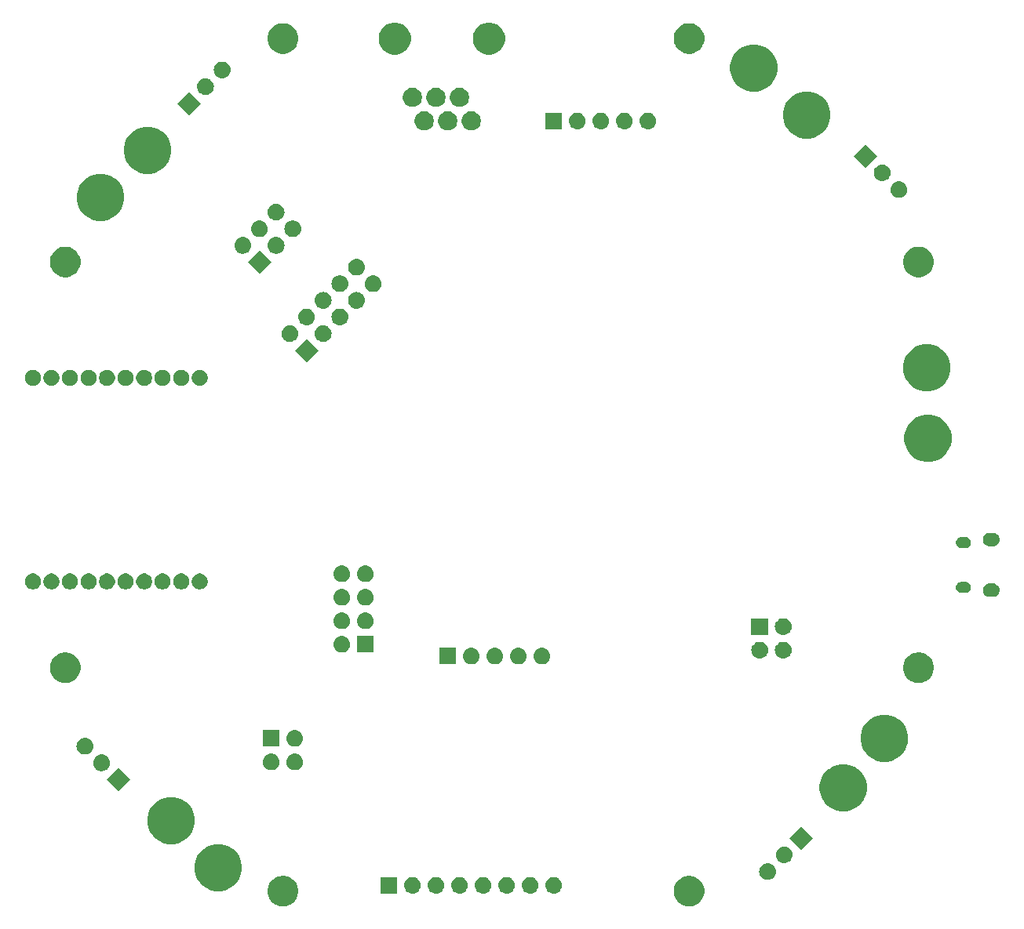
<source format=gbr>
G04 #@! TF.GenerationSoftware,KiCad,Pcbnew,5.0.1-33cea8e~68~ubuntu18.04.1*
G04 #@! TF.CreationDate,2018-12-09T11:33:24-08:00*
G04 #@! TF.ProjectId,quad_copter_pcb,717561645F636F707465725F7063622E,rev?*
G04 #@! TF.SameCoordinates,Original*
G04 #@! TF.FileFunction,Soldermask,Bot*
G04 #@! TF.FilePolarity,Negative*
%FSLAX46Y46*%
G04 Gerber Fmt 4.6, Leading zero omitted, Abs format (unit mm)*
G04 Created by KiCad (PCBNEW 5.0.1-33cea8e~68~ubuntu18.04.1) date Sun 09 Dec 2018 11:33:24 AM PST*
%MOMM*%
%LPD*%
G01*
G04 APERTURE LIST*
%ADD10C,0.100000*%
G04 APERTURE END LIST*
D10*
G36*
X167507256Y-137583298D02*
X167613579Y-137604447D01*
X167914042Y-137728903D01*
X168053193Y-137821881D01*
X168184454Y-137909587D01*
X168414413Y-138139546D01*
X168414415Y-138139549D01*
X168595097Y-138409958D01*
X168719553Y-138710421D01*
X168724169Y-138733627D01*
X168783000Y-139029389D01*
X168783000Y-139354611D01*
X168719553Y-139673578D01*
X168595098Y-139974040D01*
X168414413Y-140244454D01*
X168184454Y-140474413D01*
X168184451Y-140474415D01*
X167914042Y-140655097D01*
X167613579Y-140779553D01*
X167507256Y-140800702D01*
X167294611Y-140843000D01*
X166969389Y-140843000D01*
X166756744Y-140800702D01*
X166650421Y-140779553D01*
X166349958Y-140655097D01*
X166079549Y-140474415D01*
X166079546Y-140474413D01*
X165849587Y-140244454D01*
X165668902Y-139974040D01*
X165544447Y-139673578D01*
X165481000Y-139354611D01*
X165481000Y-139029389D01*
X165539831Y-138733627D01*
X165544447Y-138710421D01*
X165668903Y-138409958D01*
X165849585Y-138139549D01*
X165849587Y-138139546D01*
X166079546Y-137909587D01*
X166210807Y-137821881D01*
X166349958Y-137728903D01*
X166650421Y-137604447D01*
X166756744Y-137583298D01*
X166969389Y-137541000D01*
X167294611Y-137541000D01*
X167507256Y-137583298D01*
X167507256Y-137583298D01*
G37*
G36*
X123692256Y-137583298D02*
X123798579Y-137604447D01*
X124099042Y-137728903D01*
X124238193Y-137821881D01*
X124369454Y-137909587D01*
X124599413Y-138139546D01*
X124599415Y-138139549D01*
X124780097Y-138409958D01*
X124904553Y-138710421D01*
X124909169Y-138733627D01*
X124968000Y-139029389D01*
X124968000Y-139354611D01*
X124904553Y-139673578D01*
X124780098Y-139974040D01*
X124599413Y-140244454D01*
X124369454Y-140474413D01*
X124369451Y-140474415D01*
X124099042Y-140655097D01*
X123798579Y-140779553D01*
X123692256Y-140800702D01*
X123479611Y-140843000D01*
X123154389Y-140843000D01*
X122941744Y-140800702D01*
X122835421Y-140779553D01*
X122534958Y-140655097D01*
X122264549Y-140474415D01*
X122264546Y-140474413D01*
X122034587Y-140244454D01*
X121853902Y-139974040D01*
X121729447Y-139673578D01*
X121666000Y-139354611D01*
X121666000Y-139029389D01*
X121724831Y-138733627D01*
X121729447Y-138710421D01*
X121853903Y-138409958D01*
X122034585Y-138139549D01*
X122034587Y-138139546D01*
X122264546Y-137909587D01*
X122395807Y-137821881D01*
X122534958Y-137728903D01*
X122835421Y-137604447D01*
X122941744Y-137583298D01*
X123154389Y-137541000D01*
X123479611Y-137541000D01*
X123692256Y-137583298D01*
X123692256Y-137583298D01*
G37*
G36*
X150097442Y-137662518D02*
X150163627Y-137669037D01*
X150276853Y-137703384D01*
X150333467Y-137720557D01*
X150472087Y-137794652D01*
X150489991Y-137804222D01*
X150511507Y-137821880D01*
X150627186Y-137916814D01*
X150710448Y-138018271D01*
X150739778Y-138054009D01*
X150739779Y-138054011D01*
X150823443Y-138210533D01*
X150823443Y-138210534D01*
X150874963Y-138380373D01*
X150892359Y-138557000D01*
X150874963Y-138733627D01*
X150840616Y-138846853D01*
X150823443Y-138903467D01*
X150818525Y-138912667D01*
X150739778Y-139059991D01*
X150710448Y-139095729D01*
X150627186Y-139197186D01*
X150525729Y-139280448D01*
X150489991Y-139309778D01*
X150489989Y-139309779D01*
X150333467Y-139393443D01*
X150276853Y-139410616D01*
X150163627Y-139444963D01*
X150097442Y-139451482D01*
X150031260Y-139458000D01*
X149942740Y-139458000D01*
X149876558Y-139451482D01*
X149810373Y-139444963D01*
X149697147Y-139410616D01*
X149640533Y-139393443D01*
X149484011Y-139309779D01*
X149484009Y-139309778D01*
X149448271Y-139280448D01*
X149346814Y-139197186D01*
X149263552Y-139095729D01*
X149234222Y-139059991D01*
X149155475Y-138912667D01*
X149150557Y-138903467D01*
X149133384Y-138846853D01*
X149099037Y-138733627D01*
X149081641Y-138557000D01*
X149099037Y-138380373D01*
X149150557Y-138210534D01*
X149150557Y-138210533D01*
X149234221Y-138054011D01*
X149234222Y-138054009D01*
X149263552Y-138018271D01*
X149346814Y-137916814D01*
X149462493Y-137821880D01*
X149484009Y-137804222D01*
X149501913Y-137794652D01*
X149640533Y-137720557D01*
X149697147Y-137703384D01*
X149810373Y-137669037D01*
X149876558Y-137662518D01*
X149942740Y-137656000D01*
X150031260Y-137656000D01*
X150097442Y-137662518D01*
X150097442Y-137662518D01*
G37*
G36*
X152637442Y-137662518D02*
X152703627Y-137669037D01*
X152816853Y-137703384D01*
X152873467Y-137720557D01*
X153012087Y-137794652D01*
X153029991Y-137804222D01*
X153051507Y-137821880D01*
X153167186Y-137916814D01*
X153250448Y-138018271D01*
X153279778Y-138054009D01*
X153279779Y-138054011D01*
X153363443Y-138210533D01*
X153363443Y-138210534D01*
X153414963Y-138380373D01*
X153432359Y-138557000D01*
X153414963Y-138733627D01*
X153380616Y-138846853D01*
X153363443Y-138903467D01*
X153358525Y-138912667D01*
X153279778Y-139059991D01*
X153250448Y-139095729D01*
X153167186Y-139197186D01*
X153065729Y-139280448D01*
X153029991Y-139309778D01*
X153029989Y-139309779D01*
X152873467Y-139393443D01*
X152816853Y-139410616D01*
X152703627Y-139444963D01*
X152637442Y-139451482D01*
X152571260Y-139458000D01*
X152482740Y-139458000D01*
X152416558Y-139451482D01*
X152350373Y-139444963D01*
X152237147Y-139410616D01*
X152180533Y-139393443D01*
X152024011Y-139309779D01*
X152024009Y-139309778D01*
X151988271Y-139280448D01*
X151886814Y-139197186D01*
X151803552Y-139095729D01*
X151774222Y-139059991D01*
X151695475Y-138912667D01*
X151690557Y-138903467D01*
X151673384Y-138846853D01*
X151639037Y-138733627D01*
X151621641Y-138557000D01*
X151639037Y-138380373D01*
X151690557Y-138210534D01*
X151690557Y-138210533D01*
X151774221Y-138054011D01*
X151774222Y-138054009D01*
X151803552Y-138018271D01*
X151886814Y-137916814D01*
X152002493Y-137821880D01*
X152024009Y-137804222D01*
X152041913Y-137794652D01*
X152180533Y-137720557D01*
X152237147Y-137703384D01*
X152350373Y-137669037D01*
X152416558Y-137662518D01*
X152482740Y-137656000D01*
X152571260Y-137656000D01*
X152637442Y-137662518D01*
X152637442Y-137662518D01*
G37*
G36*
X135648000Y-139458000D02*
X133846000Y-139458000D01*
X133846000Y-137656000D01*
X135648000Y-137656000D01*
X135648000Y-139458000D01*
X135648000Y-139458000D01*
G37*
G36*
X137397442Y-137662518D02*
X137463627Y-137669037D01*
X137576853Y-137703384D01*
X137633467Y-137720557D01*
X137772087Y-137794652D01*
X137789991Y-137804222D01*
X137811507Y-137821880D01*
X137927186Y-137916814D01*
X138010448Y-138018271D01*
X138039778Y-138054009D01*
X138039779Y-138054011D01*
X138123443Y-138210533D01*
X138123443Y-138210534D01*
X138174963Y-138380373D01*
X138192359Y-138557000D01*
X138174963Y-138733627D01*
X138140616Y-138846853D01*
X138123443Y-138903467D01*
X138118525Y-138912667D01*
X138039778Y-139059991D01*
X138010448Y-139095729D01*
X137927186Y-139197186D01*
X137825729Y-139280448D01*
X137789991Y-139309778D01*
X137789989Y-139309779D01*
X137633467Y-139393443D01*
X137576853Y-139410616D01*
X137463627Y-139444963D01*
X137397442Y-139451482D01*
X137331260Y-139458000D01*
X137242740Y-139458000D01*
X137176558Y-139451482D01*
X137110373Y-139444963D01*
X136997147Y-139410616D01*
X136940533Y-139393443D01*
X136784011Y-139309779D01*
X136784009Y-139309778D01*
X136748271Y-139280448D01*
X136646814Y-139197186D01*
X136563552Y-139095729D01*
X136534222Y-139059991D01*
X136455475Y-138912667D01*
X136450557Y-138903467D01*
X136433384Y-138846853D01*
X136399037Y-138733627D01*
X136381641Y-138557000D01*
X136399037Y-138380373D01*
X136450557Y-138210534D01*
X136450557Y-138210533D01*
X136534221Y-138054011D01*
X136534222Y-138054009D01*
X136563552Y-138018271D01*
X136646814Y-137916814D01*
X136762493Y-137821880D01*
X136784009Y-137804222D01*
X136801913Y-137794652D01*
X136940533Y-137720557D01*
X136997147Y-137703384D01*
X137110373Y-137669037D01*
X137176558Y-137662518D01*
X137242740Y-137656000D01*
X137331260Y-137656000D01*
X137397442Y-137662518D01*
X137397442Y-137662518D01*
G37*
G36*
X139937442Y-137662518D02*
X140003627Y-137669037D01*
X140116853Y-137703384D01*
X140173467Y-137720557D01*
X140312087Y-137794652D01*
X140329991Y-137804222D01*
X140351507Y-137821880D01*
X140467186Y-137916814D01*
X140550448Y-138018271D01*
X140579778Y-138054009D01*
X140579779Y-138054011D01*
X140663443Y-138210533D01*
X140663443Y-138210534D01*
X140714963Y-138380373D01*
X140732359Y-138557000D01*
X140714963Y-138733627D01*
X140680616Y-138846853D01*
X140663443Y-138903467D01*
X140658525Y-138912667D01*
X140579778Y-139059991D01*
X140550448Y-139095729D01*
X140467186Y-139197186D01*
X140365729Y-139280448D01*
X140329991Y-139309778D01*
X140329989Y-139309779D01*
X140173467Y-139393443D01*
X140116853Y-139410616D01*
X140003627Y-139444963D01*
X139937442Y-139451482D01*
X139871260Y-139458000D01*
X139782740Y-139458000D01*
X139716558Y-139451482D01*
X139650373Y-139444963D01*
X139537147Y-139410616D01*
X139480533Y-139393443D01*
X139324011Y-139309779D01*
X139324009Y-139309778D01*
X139288271Y-139280448D01*
X139186814Y-139197186D01*
X139103552Y-139095729D01*
X139074222Y-139059991D01*
X138995475Y-138912667D01*
X138990557Y-138903467D01*
X138973384Y-138846853D01*
X138939037Y-138733627D01*
X138921641Y-138557000D01*
X138939037Y-138380373D01*
X138990557Y-138210534D01*
X138990557Y-138210533D01*
X139074221Y-138054011D01*
X139074222Y-138054009D01*
X139103552Y-138018271D01*
X139186814Y-137916814D01*
X139302493Y-137821880D01*
X139324009Y-137804222D01*
X139341913Y-137794652D01*
X139480533Y-137720557D01*
X139537147Y-137703384D01*
X139650373Y-137669037D01*
X139716558Y-137662518D01*
X139782740Y-137656000D01*
X139871260Y-137656000D01*
X139937442Y-137662518D01*
X139937442Y-137662518D01*
G37*
G36*
X145017442Y-137662518D02*
X145083627Y-137669037D01*
X145196853Y-137703384D01*
X145253467Y-137720557D01*
X145392087Y-137794652D01*
X145409991Y-137804222D01*
X145431507Y-137821880D01*
X145547186Y-137916814D01*
X145630448Y-138018271D01*
X145659778Y-138054009D01*
X145659779Y-138054011D01*
X145743443Y-138210533D01*
X145743443Y-138210534D01*
X145794963Y-138380373D01*
X145812359Y-138557000D01*
X145794963Y-138733627D01*
X145760616Y-138846853D01*
X145743443Y-138903467D01*
X145738525Y-138912667D01*
X145659778Y-139059991D01*
X145630448Y-139095729D01*
X145547186Y-139197186D01*
X145445729Y-139280448D01*
X145409991Y-139309778D01*
X145409989Y-139309779D01*
X145253467Y-139393443D01*
X145196853Y-139410616D01*
X145083627Y-139444963D01*
X145017442Y-139451482D01*
X144951260Y-139458000D01*
X144862740Y-139458000D01*
X144796558Y-139451482D01*
X144730373Y-139444963D01*
X144617147Y-139410616D01*
X144560533Y-139393443D01*
X144404011Y-139309779D01*
X144404009Y-139309778D01*
X144368271Y-139280448D01*
X144266814Y-139197186D01*
X144183552Y-139095729D01*
X144154222Y-139059991D01*
X144075475Y-138912667D01*
X144070557Y-138903467D01*
X144053384Y-138846853D01*
X144019037Y-138733627D01*
X144001641Y-138557000D01*
X144019037Y-138380373D01*
X144070557Y-138210534D01*
X144070557Y-138210533D01*
X144154221Y-138054011D01*
X144154222Y-138054009D01*
X144183552Y-138018271D01*
X144266814Y-137916814D01*
X144382493Y-137821880D01*
X144404009Y-137804222D01*
X144421913Y-137794652D01*
X144560533Y-137720557D01*
X144617147Y-137703384D01*
X144730373Y-137669037D01*
X144796558Y-137662518D01*
X144862740Y-137656000D01*
X144951260Y-137656000D01*
X145017442Y-137662518D01*
X145017442Y-137662518D01*
G37*
G36*
X147557442Y-137662518D02*
X147623627Y-137669037D01*
X147736853Y-137703384D01*
X147793467Y-137720557D01*
X147932087Y-137794652D01*
X147949991Y-137804222D01*
X147971507Y-137821880D01*
X148087186Y-137916814D01*
X148170448Y-138018271D01*
X148199778Y-138054009D01*
X148199779Y-138054011D01*
X148283443Y-138210533D01*
X148283443Y-138210534D01*
X148334963Y-138380373D01*
X148352359Y-138557000D01*
X148334963Y-138733627D01*
X148300616Y-138846853D01*
X148283443Y-138903467D01*
X148278525Y-138912667D01*
X148199778Y-139059991D01*
X148170448Y-139095729D01*
X148087186Y-139197186D01*
X147985729Y-139280448D01*
X147949991Y-139309778D01*
X147949989Y-139309779D01*
X147793467Y-139393443D01*
X147736853Y-139410616D01*
X147623627Y-139444963D01*
X147557442Y-139451482D01*
X147491260Y-139458000D01*
X147402740Y-139458000D01*
X147336558Y-139451482D01*
X147270373Y-139444963D01*
X147157147Y-139410616D01*
X147100533Y-139393443D01*
X146944011Y-139309779D01*
X146944009Y-139309778D01*
X146908271Y-139280448D01*
X146806814Y-139197186D01*
X146723552Y-139095729D01*
X146694222Y-139059991D01*
X146615475Y-138912667D01*
X146610557Y-138903467D01*
X146593384Y-138846853D01*
X146559037Y-138733627D01*
X146541641Y-138557000D01*
X146559037Y-138380373D01*
X146610557Y-138210534D01*
X146610557Y-138210533D01*
X146694221Y-138054011D01*
X146694222Y-138054009D01*
X146723552Y-138018271D01*
X146806814Y-137916814D01*
X146922493Y-137821880D01*
X146944009Y-137804222D01*
X146961913Y-137794652D01*
X147100533Y-137720557D01*
X147157147Y-137703384D01*
X147270373Y-137669037D01*
X147336558Y-137662518D01*
X147402740Y-137656000D01*
X147491260Y-137656000D01*
X147557442Y-137662518D01*
X147557442Y-137662518D01*
G37*
G36*
X142477442Y-137662518D02*
X142543627Y-137669037D01*
X142656853Y-137703384D01*
X142713467Y-137720557D01*
X142852087Y-137794652D01*
X142869991Y-137804222D01*
X142891507Y-137821880D01*
X143007186Y-137916814D01*
X143090448Y-138018271D01*
X143119778Y-138054009D01*
X143119779Y-138054011D01*
X143203443Y-138210533D01*
X143203443Y-138210534D01*
X143254963Y-138380373D01*
X143272359Y-138557000D01*
X143254963Y-138733627D01*
X143220616Y-138846853D01*
X143203443Y-138903467D01*
X143198525Y-138912667D01*
X143119778Y-139059991D01*
X143090448Y-139095729D01*
X143007186Y-139197186D01*
X142905729Y-139280448D01*
X142869991Y-139309778D01*
X142869989Y-139309779D01*
X142713467Y-139393443D01*
X142656853Y-139410616D01*
X142543627Y-139444963D01*
X142477442Y-139451482D01*
X142411260Y-139458000D01*
X142322740Y-139458000D01*
X142256558Y-139451482D01*
X142190373Y-139444963D01*
X142077147Y-139410616D01*
X142020533Y-139393443D01*
X141864011Y-139309779D01*
X141864009Y-139309778D01*
X141828271Y-139280448D01*
X141726814Y-139197186D01*
X141643552Y-139095729D01*
X141614222Y-139059991D01*
X141535475Y-138912667D01*
X141530557Y-138903467D01*
X141513384Y-138846853D01*
X141479037Y-138733627D01*
X141461641Y-138557000D01*
X141479037Y-138380373D01*
X141530557Y-138210534D01*
X141530557Y-138210533D01*
X141614221Y-138054011D01*
X141614222Y-138054009D01*
X141643552Y-138018271D01*
X141726814Y-137916814D01*
X141842493Y-137821880D01*
X141864009Y-137804222D01*
X141881913Y-137794652D01*
X142020533Y-137720557D01*
X142077147Y-137703384D01*
X142190373Y-137669037D01*
X142256558Y-137662518D01*
X142322740Y-137656000D01*
X142411260Y-137656000D01*
X142477442Y-137662518D01*
X142477442Y-137662518D01*
G37*
G36*
X117076096Y-134199033D02*
X117076098Y-134199034D01*
X117076099Y-134199034D01*
X117540352Y-134391333D01*
X117901830Y-134632865D01*
X117958171Y-134670511D01*
X118313489Y-135025829D01*
X118313491Y-135025832D01*
X118592667Y-135443648D01*
X118730348Y-135776042D01*
X118784967Y-135907904D01*
X118808424Y-136025830D01*
X118883000Y-136400748D01*
X118883000Y-136903252D01*
X118784966Y-137396099D01*
X118592667Y-137860352D01*
X118314750Y-138276284D01*
X118313489Y-138278171D01*
X117958171Y-138633489D01*
X117958168Y-138633491D01*
X117540352Y-138912667D01*
X117076099Y-139104966D01*
X117076098Y-139104966D01*
X117076096Y-139104967D01*
X116583253Y-139203000D01*
X116080747Y-139203000D01*
X115587904Y-139104967D01*
X115587902Y-139104966D01*
X115587901Y-139104966D01*
X115123648Y-138912667D01*
X114705832Y-138633491D01*
X114705829Y-138633489D01*
X114350511Y-138278171D01*
X114349250Y-138276284D01*
X114071333Y-137860352D01*
X113879034Y-137396099D01*
X113781000Y-136903252D01*
X113781000Y-136400748D01*
X113855576Y-136025830D01*
X113879033Y-135907904D01*
X113933652Y-135776042D01*
X114071333Y-135443648D01*
X114350509Y-135025832D01*
X114350511Y-135025829D01*
X114705829Y-134670511D01*
X114762170Y-134632865D01*
X115123648Y-134391333D01*
X115587901Y-134199034D01*
X115587902Y-134199034D01*
X115587904Y-134199033D01*
X116080747Y-134101000D01*
X116583253Y-134101000D01*
X117076096Y-134199033D01*
X117076096Y-134199033D01*
G37*
G36*
X175709558Y-136174051D02*
X175781525Y-136181139D01*
X175894751Y-136215486D01*
X175951365Y-136232659D01*
X176089985Y-136306754D01*
X176107889Y-136316324D01*
X176143627Y-136345654D01*
X176245084Y-136428916D01*
X176328346Y-136530373D01*
X176357676Y-136566111D01*
X176357677Y-136566113D01*
X176441341Y-136722635D01*
X176441341Y-136722636D01*
X176492861Y-136892475D01*
X176510257Y-137069102D01*
X176492861Y-137245729D01*
X176458514Y-137358955D01*
X176441341Y-137415569D01*
X176374296Y-137541000D01*
X176357676Y-137572093D01*
X176331124Y-137604447D01*
X176245084Y-137709288D01*
X176143627Y-137792550D01*
X176107889Y-137821880D01*
X176107887Y-137821881D01*
X175951365Y-137905545D01*
X175914215Y-137916814D01*
X175781525Y-137957065D01*
X175715340Y-137963584D01*
X175649158Y-137970102D01*
X175560638Y-137970102D01*
X175494456Y-137963584D01*
X175428271Y-137957065D01*
X175295581Y-137916814D01*
X175258431Y-137905545D01*
X175101909Y-137821881D01*
X175101907Y-137821880D01*
X175066169Y-137792550D01*
X174964712Y-137709288D01*
X174878672Y-137604447D01*
X174852120Y-137572093D01*
X174835500Y-137541000D01*
X174768455Y-137415569D01*
X174751282Y-137358955D01*
X174716935Y-137245729D01*
X174699539Y-137069102D01*
X174716935Y-136892475D01*
X174768455Y-136722636D01*
X174768455Y-136722635D01*
X174852119Y-136566113D01*
X174852120Y-136566111D01*
X174881450Y-136530373D01*
X174964712Y-136428916D01*
X175066169Y-136345654D01*
X175101907Y-136316324D01*
X175119811Y-136306754D01*
X175258431Y-136232659D01*
X175315045Y-136215486D01*
X175428271Y-136181139D01*
X175500238Y-136174051D01*
X175560638Y-136168102D01*
X175649158Y-136168102D01*
X175709558Y-136174051D01*
X175709558Y-136174051D01*
G37*
G36*
X177511391Y-134378569D02*
X177577576Y-134385088D01*
X177690802Y-134419435D01*
X177747416Y-134436608D01*
X177886036Y-134510703D01*
X177903940Y-134520273D01*
X177939678Y-134549603D01*
X178041135Y-134632865D01*
X178124397Y-134734322D01*
X178153727Y-134770060D01*
X178153728Y-134770062D01*
X178237392Y-134926584D01*
X178237392Y-134926585D01*
X178288912Y-135096424D01*
X178306308Y-135273051D01*
X178288912Y-135449678D01*
X178254565Y-135562904D01*
X178237392Y-135619518D01*
X178163297Y-135758138D01*
X178153727Y-135776042D01*
X178124397Y-135811780D01*
X178041135Y-135913237D01*
X177939678Y-135996499D01*
X177903940Y-136025829D01*
X177903938Y-136025830D01*
X177747416Y-136109494D01*
X177690802Y-136126667D01*
X177577576Y-136161014D01*
X177511391Y-136167533D01*
X177445209Y-136174051D01*
X177356689Y-136174051D01*
X177290507Y-136167533D01*
X177224322Y-136161014D01*
X177111096Y-136126667D01*
X177054482Y-136109494D01*
X176897960Y-136025830D01*
X176897958Y-136025829D01*
X176862220Y-135996499D01*
X176760763Y-135913237D01*
X176677501Y-135811780D01*
X176648171Y-135776042D01*
X176638601Y-135758138D01*
X176564506Y-135619518D01*
X176547333Y-135562904D01*
X176512986Y-135449678D01*
X176495590Y-135273051D01*
X176512986Y-135096424D01*
X176564506Y-134926585D01*
X176564506Y-134926584D01*
X176648170Y-134770062D01*
X176648171Y-134770060D01*
X176677501Y-134734322D01*
X176760763Y-134632865D01*
X176862220Y-134549603D01*
X176897958Y-134520273D01*
X176915862Y-134510703D01*
X177054482Y-134436608D01*
X177111096Y-134419435D01*
X177224322Y-134385088D01*
X177290507Y-134378569D01*
X177356689Y-134372051D01*
X177445209Y-134372051D01*
X177511391Y-134378569D01*
X177511391Y-134378569D01*
G37*
G36*
X180471207Y-133477000D02*
X179197000Y-134751207D01*
X177922793Y-133477000D01*
X179197000Y-132202793D01*
X180471207Y-133477000D01*
X180471207Y-133477000D01*
G37*
G36*
X111996096Y-129119033D02*
X111996098Y-129119034D01*
X111996099Y-129119034D01*
X112460352Y-129311333D01*
X112876284Y-129589250D01*
X112878171Y-129590511D01*
X113233489Y-129945829D01*
X113233491Y-129945832D01*
X113512667Y-130363648D01*
X113704966Y-130827901D01*
X113803000Y-131320748D01*
X113803000Y-131823252D01*
X113704966Y-132316099D01*
X113512667Y-132780352D01*
X113234750Y-133196284D01*
X113233489Y-133198171D01*
X112878171Y-133553489D01*
X112878168Y-133553491D01*
X112460352Y-133832667D01*
X111996099Y-134024966D01*
X111996098Y-134024966D01*
X111996096Y-134024967D01*
X111503253Y-134123000D01*
X111000747Y-134123000D01*
X110507904Y-134024967D01*
X110507902Y-134024966D01*
X110507901Y-134024966D01*
X110043648Y-133832667D01*
X109625832Y-133553491D01*
X109625829Y-133553489D01*
X109270511Y-133198171D01*
X109269250Y-133196284D01*
X108991333Y-132780352D01*
X108799034Y-132316099D01*
X108701000Y-131823252D01*
X108701000Y-131320748D01*
X108799034Y-130827901D01*
X108991333Y-130363648D01*
X109270509Y-129945832D01*
X109270511Y-129945829D01*
X109625829Y-129590511D01*
X109627716Y-129589250D01*
X110043648Y-129311333D01*
X110507901Y-129119034D01*
X110507902Y-129119034D01*
X110507904Y-129119033D01*
X111000747Y-129021000D01*
X111503253Y-129021000D01*
X111996096Y-129119033D01*
X111996096Y-129119033D01*
G37*
G36*
X184513096Y-125563033D02*
X184513098Y-125563034D01*
X184513099Y-125563034D01*
X184977352Y-125755333D01*
X185300322Y-125971135D01*
X185395171Y-126034511D01*
X185750489Y-126389829D01*
X185750491Y-126389832D01*
X186029667Y-126807648D01*
X186221966Y-127271901D01*
X186320000Y-127764748D01*
X186320000Y-128267252D01*
X186221966Y-128760099D01*
X186029667Y-129224352D01*
X185971547Y-129311334D01*
X185750489Y-129642171D01*
X185395171Y-129997489D01*
X185395168Y-129997491D01*
X184977352Y-130276667D01*
X184513099Y-130468966D01*
X184513098Y-130468966D01*
X184513096Y-130468967D01*
X184020253Y-130567000D01*
X183517747Y-130567000D01*
X183024904Y-130468967D01*
X183024902Y-130468966D01*
X183024901Y-130468966D01*
X182560648Y-130276667D01*
X182142832Y-129997491D01*
X182142829Y-129997489D01*
X181787511Y-129642171D01*
X181566453Y-129311334D01*
X181508333Y-129224352D01*
X181316034Y-128760099D01*
X181218000Y-128267252D01*
X181218000Y-127764748D01*
X181316034Y-127271901D01*
X181508333Y-126807648D01*
X181787509Y-126389832D01*
X181787511Y-126389829D01*
X182142829Y-126034511D01*
X182237678Y-125971135D01*
X182560648Y-125755333D01*
X183024901Y-125563034D01*
X183024902Y-125563034D01*
X183024904Y-125563033D01*
X183517747Y-125465000D01*
X184020253Y-125465000D01*
X184513096Y-125563033D01*
X184513096Y-125563033D01*
G37*
G36*
X106811207Y-127127000D02*
X105537000Y-128401207D01*
X104262793Y-127127000D01*
X105537000Y-125852793D01*
X106811207Y-127127000D01*
X106811207Y-127127000D01*
G37*
G36*
X103845609Y-124435898D02*
X103917576Y-124442986D01*
X104030802Y-124477333D01*
X104087416Y-124494506D01*
X104226036Y-124568601D01*
X104243940Y-124578171D01*
X104248380Y-124581815D01*
X104381135Y-124690763D01*
X104464397Y-124792220D01*
X104493727Y-124827958D01*
X104493728Y-124827960D01*
X104577392Y-124984482D01*
X104577392Y-124984483D01*
X104628912Y-125154322D01*
X104646308Y-125330949D01*
X104628912Y-125507576D01*
X104612089Y-125563033D01*
X104577392Y-125677416D01*
X104551963Y-125724989D01*
X104493727Y-125833940D01*
X104478254Y-125852794D01*
X104381135Y-125971135D01*
X104279678Y-126054397D01*
X104243940Y-126083727D01*
X104243938Y-126083728D01*
X104087416Y-126167392D01*
X104030802Y-126184565D01*
X103917576Y-126218912D01*
X103851391Y-126225431D01*
X103785209Y-126231949D01*
X103696689Y-126231949D01*
X103630507Y-126225431D01*
X103564322Y-126218912D01*
X103451096Y-126184565D01*
X103394482Y-126167392D01*
X103237960Y-126083728D01*
X103237958Y-126083727D01*
X103202220Y-126054397D01*
X103100763Y-125971135D01*
X103003644Y-125852794D01*
X102988171Y-125833940D01*
X102929935Y-125724989D01*
X102904506Y-125677416D01*
X102869809Y-125563033D01*
X102852986Y-125507576D01*
X102835590Y-125330949D01*
X102852986Y-125154322D01*
X102904506Y-124984483D01*
X102904506Y-124984482D01*
X102988170Y-124827960D01*
X102988171Y-124827958D01*
X103017501Y-124792220D01*
X103100763Y-124690763D01*
X103233518Y-124581815D01*
X103237958Y-124578171D01*
X103255862Y-124568601D01*
X103394482Y-124494506D01*
X103451096Y-124477333D01*
X103564322Y-124442986D01*
X103636289Y-124435898D01*
X103696689Y-124429949D01*
X103785209Y-124429949D01*
X103845609Y-124435898D01*
X103845609Y-124435898D01*
G37*
G36*
X122157442Y-124327518D02*
X122223627Y-124334037D01*
X122336853Y-124368384D01*
X122393467Y-124385557D01*
X122476517Y-124429949D01*
X122549991Y-124469222D01*
X122580799Y-124494506D01*
X122687186Y-124581814D01*
X122770448Y-124683271D01*
X122799778Y-124719009D01*
X122799779Y-124719011D01*
X122883443Y-124875533D01*
X122883443Y-124875534D01*
X122934963Y-125045373D01*
X122952359Y-125222000D01*
X122934963Y-125398627D01*
X122914829Y-125465000D01*
X122883443Y-125568467D01*
X122825208Y-125677415D01*
X122799778Y-125724991D01*
X122774877Y-125755333D01*
X122687186Y-125862186D01*
X122585729Y-125945448D01*
X122549991Y-125974778D01*
X122549989Y-125974779D01*
X122393467Y-126058443D01*
X122336853Y-126075616D01*
X122223627Y-126109963D01*
X122157443Y-126116481D01*
X122091260Y-126123000D01*
X122002740Y-126123000D01*
X121936557Y-126116481D01*
X121870373Y-126109963D01*
X121757147Y-126075616D01*
X121700533Y-126058443D01*
X121544011Y-125974779D01*
X121544009Y-125974778D01*
X121508271Y-125945448D01*
X121406814Y-125862186D01*
X121319123Y-125755333D01*
X121294222Y-125724991D01*
X121268792Y-125677415D01*
X121210557Y-125568467D01*
X121179171Y-125465000D01*
X121159037Y-125398627D01*
X121141641Y-125222000D01*
X121159037Y-125045373D01*
X121210557Y-124875534D01*
X121210557Y-124875533D01*
X121294221Y-124719011D01*
X121294222Y-124719009D01*
X121323552Y-124683271D01*
X121406814Y-124581814D01*
X121513201Y-124494506D01*
X121544009Y-124469222D01*
X121617483Y-124429949D01*
X121700533Y-124385557D01*
X121757147Y-124368384D01*
X121870373Y-124334037D01*
X121936558Y-124327518D01*
X122002740Y-124321000D01*
X122091260Y-124321000D01*
X122157442Y-124327518D01*
X122157442Y-124327518D01*
G37*
G36*
X124697442Y-124327518D02*
X124763627Y-124334037D01*
X124876853Y-124368384D01*
X124933467Y-124385557D01*
X125016517Y-124429949D01*
X125089991Y-124469222D01*
X125120799Y-124494506D01*
X125227186Y-124581814D01*
X125310448Y-124683271D01*
X125339778Y-124719009D01*
X125339779Y-124719011D01*
X125423443Y-124875533D01*
X125423443Y-124875534D01*
X125474963Y-125045373D01*
X125492359Y-125222000D01*
X125474963Y-125398627D01*
X125454829Y-125465000D01*
X125423443Y-125568467D01*
X125365208Y-125677415D01*
X125339778Y-125724991D01*
X125314877Y-125755333D01*
X125227186Y-125862186D01*
X125125729Y-125945448D01*
X125089991Y-125974778D01*
X125089989Y-125974779D01*
X124933467Y-126058443D01*
X124876853Y-126075616D01*
X124763627Y-126109963D01*
X124697443Y-126116481D01*
X124631260Y-126123000D01*
X124542740Y-126123000D01*
X124476557Y-126116481D01*
X124410373Y-126109963D01*
X124297147Y-126075616D01*
X124240533Y-126058443D01*
X124084011Y-125974779D01*
X124084009Y-125974778D01*
X124048271Y-125945448D01*
X123946814Y-125862186D01*
X123859123Y-125755333D01*
X123834222Y-125724991D01*
X123808792Y-125677415D01*
X123750557Y-125568467D01*
X123719171Y-125465000D01*
X123699037Y-125398627D01*
X123681641Y-125222000D01*
X123699037Y-125045373D01*
X123750557Y-124875534D01*
X123750557Y-124875533D01*
X123834221Y-124719011D01*
X123834222Y-124719009D01*
X123863552Y-124683271D01*
X123946814Y-124581814D01*
X124053201Y-124494506D01*
X124084009Y-124469222D01*
X124157483Y-124429949D01*
X124240533Y-124385557D01*
X124297147Y-124368384D01*
X124410373Y-124334037D01*
X124476558Y-124327518D01*
X124542740Y-124321000D01*
X124631260Y-124321000D01*
X124697442Y-124327518D01*
X124697442Y-124327518D01*
G37*
G36*
X188958096Y-120229033D02*
X188958098Y-120229034D01*
X188958099Y-120229034D01*
X189422352Y-120421333D01*
X189838284Y-120699250D01*
X189840171Y-120700511D01*
X190195489Y-121055829D01*
X190195491Y-121055832D01*
X190474667Y-121473648D01*
X190663371Y-121929222D01*
X190666967Y-121937904D01*
X190765000Y-122430747D01*
X190765000Y-122933253D01*
X190714242Y-123188432D01*
X190666966Y-123426099D01*
X190474667Y-123890352D01*
X190284415Y-124175084D01*
X190195489Y-124308171D01*
X189840171Y-124663489D01*
X189840168Y-124663491D01*
X189422352Y-124942667D01*
X188958099Y-125134966D01*
X188958098Y-125134966D01*
X188958096Y-125134967D01*
X188465253Y-125233000D01*
X187962747Y-125233000D01*
X187469904Y-125134967D01*
X187469902Y-125134966D01*
X187469901Y-125134966D01*
X187005648Y-124942667D01*
X186587832Y-124663491D01*
X186587829Y-124663489D01*
X186232511Y-124308171D01*
X186143585Y-124175084D01*
X185953333Y-123890352D01*
X185761034Y-123426099D01*
X185713759Y-123188432D01*
X185663000Y-122933253D01*
X185663000Y-122430747D01*
X185761033Y-121937904D01*
X185764629Y-121929222D01*
X185953333Y-121473648D01*
X186232509Y-121055832D01*
X186232511Y-121055829D01*
X186587829Y-120700511D01*
X186589716Y-120699250D01*
X187005648Y-120421333D01*
X187469901Y-120229034D01*
X187469902Y-120229034D01*
X187469904Y-120229033D01*
X187962747Y-120131000D01*
X188465253Y-120131000D01*
X188958096Y-120229033D01*
X188958096Y-120229033D01*
G37*
G36*
X102055341Y-122640417D02*
X102121525Y-122646935D01*
X102234751Y-122681282D01*
X102291365Y-122698455D01*
X102429985Y-122772550D01*
X102447889Y-122782120D01*
X102483627Y-122811450D01*
X102585084Y-122894712D01*
X102668346Y-122996169D01*
X102697676Y-123031907D01*
X102697677Y-123031909D01*
X102781341Y-123188431D01*
X102781341Y-123188432D01*
X102832861Y-123358271D01*
X102850257Y-123534898D01*
X102832861Y-123711525D01*
X102798514Y-123824751D01*
X102781341Y-123881365D01*
X102776537Y-123890352D01*
X102697676Y-124037889D01*
X102668346Y-124073627D01*
X102585084Y-124175084D01*
X102483627Y-124258346D01*
X102447889Y-124287676D01*
X102447887Y-124287677D01*
X102291365Y-124371341D01*
X102244500Y-124385557D01*
X102121525Y-124422861D01*
X102055341Y-124429379D01*
X101989158Y-124435898D01*
X101900638Y-124435898D01*
X101834455Y-124429379D01*
X101768271Y-124422861D01*
X101645296Y-124385557D01*
X101598431Y-124371341D01*
X101441909Y-124287677D01*
X101441907Y-124287676D01*
X101406169Y-124258346D01*
X101304712Y-124175084D01*
X101221450Y-124073627D01*
X101192120Y-124037889D01*
X101113259Y-123890352D01*
X101108455Y-123881365D01*
X101091282Y-123824751D01*
X101056935Y-123711525D01*
X101039539Y-123534898D01*
X101056935Y-123358271D01*
X101108455Y-123188432D01*
X101108455Y-123188431D01*
X101192119Y-123031909D01*
X101192120Y-123031907D01*
X101221450Y-122996169D01*
X101304712Y-122894712D01*
X101406169Y-122811450D01*
X101441907Y-122782120D01*
X101459811Y-122772550D01*
X101598431Y-122698455D01*
X101655045Y-122681282D01*
X101768271Y-122646935D01*
X101834455Y-122640417D01*
X101900638Y-122633898D01*
X101989158Y-122633898D01*
X102055341Y-122640417D01*
X102055341Y-122640417D01*
G37*
G36*
X122948000Y-123583000D02*
X121146000Y-123583000D01*
X121146000Y-121781000D01*
X122948000Y-121781000D01*
X122948000Y-123583000D01*
X122948000Y-123583000D01*
G37*
G36*
X124697443Y-121787519D02*
X124763627Y-121794037D01*
X124876853Y-121828384D01*
X124933467Y-121845557D01*
X125072087Y-121919652D01*
X125089991Y-121929222D01*
X125125729Y-121958552D01*
X125227186Y-122041814D01*
X125310448Y-122143271D01*
X125339778Y-122179009D01*
X125339779Y-122179011D01*
X125423443Y-122335533D01*
X125423443Y-122335534D01*
X125474963Y-122505373D01*
X125492359Y-122682000D01*
X125474963Y-122858627D01*
X125464016Y-122894713D01*
X125423443Y-123028467D01*
X125421604Y-123031907D01*
X125339778Y-123184991D01*
X125310448Y-123220729D01*
X125227186Y-123322186D01*
X125125729Y-123405448D01*
X125089991Y-123434778D01*
X125089989Y-123434779D01*
X124933467Y-123518443D01*
X124879221Y-123534898D01*
X124763627Y-123569963D01*
X124697443Y-123576481D01*
X124631260Y-123583000D01*
X124542740Y-123583000D01*
X124476557Y-123576481D01*
X124410373Y-123569963D01*
X124294779Y-123534898D01*
X124240533Y-123518443D01*
X124084011Y-123434779D01*
X124084009Y-123434778D01*
X124048271Y-123405448D01*
X123946814Y-123322186D01*
X123863552Y-123220729D01*
X123834222Y-123184991D01*
X123752396Y-123031907D01*
X123750557Y-123028467D01*
X123709984Y-122894713D01*
X123699037Y-122858627D01*
X123681641Y-122682000D01*
X123699037Y-122505373D01*
X123750557Y-122335534D01*
X123750557Y-122335533D01*
X123834221Y-122179011D01*
X123834222Y-122179009D01*
X123863552Y-122143271D01*
X123946814Y-122041814D01*
X124048271Y-121958552D01*
X124084009Y-121929222D01*
X124101913Y-121919652D01*
X124240533Y-121845557D01*
X124297147Y-121828384D01*
X124410373Y-121794037D01*
X124476557Y-121787519D01*
X124542740Y-121781000D01*
X124631260Y-121781000D01*
X124697443Y-121787519D01*
X124697443Y-121787519D01*
G37*
G36*
X192272256Y-113453298D02*
X192378579Y-113474447D01*
X192679042Y-113598903D01*
X192703691Y-113615373D01*
X192949454Y-113779587D01*
X193179413Y-114009546D01*
X193179415Y-114009549D01*
X193360097Y-114279958D01*
X193469790Y-114544779D01*
X193484553Y-114580422D01*
X193548000Y-114899389D01*
X193548000Y-115224611D01*
X193484553Y-115543578D01*
X193360098Y-115844040D01*
X193179413Y-116114454D01*
X192949454Y-116344413D01*
X192949451Y-116344415D01*
X192679042Y-116525097D01*
X192378579Y-116649553D01*
X192272256Y-116670702D01*
X192059611Y-116713000D01*
X191734389Y-116713000D01*
X191521744Y-116670702D01*
X191415421Y-116649553D01*
X191114958Y-116525097D01*
X190844549Y-116344415D01*
X190844546Y-116344413D01*
X190614587Y-116114454D01*
X190433902Y-115844040D01*
X190309447Y-115543578D01*
X190246000Y-115224611D01*
X190246000Y-114899389D01*
X190309447Y-114580422D01*
X190324211Y-114544779D01*
X190433903Y-114279958D01*
X190614585Y-114009549D01*
X190614587Y-114009546D01*
X190844546Y-113779587D01*
X191090309Y-113615373D01*
X191114958Y-113598903D01*
X191415421Y-113474447D01*
X191521744Y-113453298D01*
X191734389Y-113411000D01*
X192059611Y-113411000D01*
X192272256Y-113453298D01*
X192272256Y-113453298D01*
G37*
G36*
X100197256Y-113453298D02*
X100303579Y-113474447D01*
X100604042Y-113598903D01*
X100628691Y-113615373D01*
X100874454Y-113779587D01*
X101104413Y-114009546D01*
X101104415Y-114009549D01*
X101285097Y-114279958D01*
X101394790Y-114544779D01*
X101409553Y-114580422D01*
X101473000Y-114899389D01*
X101473000Y-115224611D01*
X101409553Y-115543578D01*
X101285098Y-115844040D01*
X101104413Y-116114454D01*
X100874454Y-116344413D01*
X100874451Y-116344415D01*
X100604042Y-116525097D01*
X100303579Y-116649553D01*
X100197256Y-116670702D01*
X99984611Y-116713000D01*
X99659389Y-116713000D01*
X99446744Y-116670702D01*
X99340421Y-116649553D01*
X99039958Y-116525097D01*
X98769549Y-116344415D01*
X98769546Y-116344413D01*
X98539587Y-116114454D01*
X98358902Y-115844040D01*
X98234447Y-115543578D01*
X98171000Y-115224611D01*
X98171000Y-114899389D01*
X98234447Y-114580422D01*
X98249211Y-114544779D01*
X98358903Y-114279958D01*
X98539585Y-114009549D01*
X98539587Y-114009546D01*
X98769546Y-113779587D01*
X99015309Y-113615373D01*
X99039958Y-113598903D01*
X99340421Y-113474447D01*
X99446744Y-113453298D01*
X99659389Y-113411000D01*
X99984611Y-113411000D01*
X100197256Y-113453298D01*
X100197256Y-113453298D01*
G37*
G36*
X143747442Y-112897518D02*
X143813627Y-112904037D01*
X143926853Y-112938384D01*
X143983467Y-112955557D01*
X144113363Y-113024989D01*
X144139991Y-113039222D01*
X144175729Y-113068552D01*
X144277186Y-113151814D01*
X144360448Y-113253271D01*
X144389778Y-113289009D01*
X144389779Y-113289011D01*
X144473443Y-113445533D01*
X144473443Y-113445534D01*
X144524963Y-113615373D01*
X144542359Y-113792000D01*
X144524963Y-113968627D01*
X144517435Y-113993443D01*
X144473443Y-114138467D01*
X144399348Y-114277087D01*
X144389778Y-114294991D01*
X144360448Y-114330729D01*
X144277186Y-114432186D01*
X144175729Y-114515448D01*
X144139991Y-114544778D01*
X144139989Y-114544779D01*
X143983467Y-114628443D01*
X143926853Y-114645616D01*
X143813627Y-114679963D01*
X143747443Y-114686481D01*
X143681260Y-114693000D01*
X143592740Y-114693000D01*
X143526557Y-114686481D01*
X143460373Y-114679963D01*
X143347147Y-114645616D01*
X143290533Y-114628443D01*
X143134011Y-114544779D01*
X143134009Y-114544778D01*
X143098271Y-114515448D01*
X142996814Y-114432186D01*
X142913552Y-114330729D01*
X142884222Y-114294991D01*
X142874652Y-114277087D01*
X142800557Y-114138467D01*
X142756565Y-113993443D01*
X142749037Y-113968627D01*
X142731641Y-113792000D01*
X142749037Y-113615373D01*
X142800557Y-113445534D01*
X142800557Y-113445533D01*
X142884221Y-113289011D01*
X142884222Y-113289009D01*
X142913552Y-113253271D01*
X142996814Y-113151814D01*
X143098271Y-113068552D01*
X143134009Y-113039222D01*
X143160637Y-113024989D01*
X143290533Y-112955557D01*
X143347147Y-112938384D01*
X143460373Y-112904037D01*
X143526558Y-112897518D01*
X143592740Y-112891000D01*
X143681260Y-112891000D01*
X143747442Y-112897518D01*
X143747442Y-112897518D01*
G37*
G36*
X141998000Y-114693000D02*
X140196000Y-114693000D01*
X140196000Y-112891000D01*
X141998000Y-112891000D01*
X141998000Y-114693000D01*
X141998000Y-114693000D01*
G37*
G36*
X148827442Y-112897518D02*
X148893627Y-112904037D01*
X149006853Y-112938384D01*
X149063467Y-112955557D01*
X149193363Y-113024989D01*
X149219991Y-113039222D01*
X149255729Y-113068552D01*
X149357186Y-113151814D01*
X149440448Y-113253271D01*
X149469778Y-113289009D01*
X149469779Y-113289011D01*
X149553443Y-113445533D01*
X149553443Y-113445534D01*
X149604963Y-113615373D01*
X149622359Y-113792000D01*
X149604963Y-113968627D01*
X149597435Y-113993443D01*
X149553443Y-114138467D01*
X149479348Y-114277087D01*
X149469778Y-114294991D01*
X149440448Y-114330729D01*
X149357186Y-114432186D01*
X149255729Y-114515448D01*
X149219991Y-114544778D01*
X149219989Y-114544779D01*
X149063467Y-114628443D01*
X149006853Y-114645616D01*
X148893627Y-114679963D01*
X148827443Y-114686481D01*
X148761260Y-114693000D01*
X148672740Y-114693000D01*
X148606557Y-114686481D01*
X148540373Y-114679963D01*
X148427147Y-114645616D01*
X148370533Y-114628443D01*
X148214011Y-114544779D01*
X148214009Y-114544778D01*
X148178271Y-114515448D01*
X148076814Y-114432186D01*
X147993552Y-114330729D01*
X147964222Y-114294991D01*
X147954652Y-114277087D01*
X147880557Y-114138467D01*
X147836565Y-113993443D01*
X147829037Y-113968627D01*
X147811641Y-113792000D01*
X147829037Y-113615373D01*
X147880557Y-113445534D01*
X147880557Y-113445533D01*
X147964221Y-113289011D01*
X147964222Y-113289009D01*
X147993552Y-113253271D01*
X148076814Y-113151814D01*
X148178271Y-113068552D01*
X148214009Y-113039222D01*
X148240637Y-113024989D01*
X148370533Y-112955557D01*
X148427147Y-112938384D01*
X148540373Y-112904037D01*
X148606558Y-112897518D01*
X148672740Y-112891000D01*
X148761260Y-112891000D01*
X148827442Y-112897518D01*
X148827442Y-112897518D01*
G37*
G36*
X151367442Y-112897518D02*
X151433627Y-112904037D01*
X151546853Y-112938384D01*
X151603467Y-112955557D01*
X151733363Y-113024989D01*
X151759991Y-113039222D01*
X151795729Y-113068552D01*
X151897186Y-113151814D01*
X151980448Y-113253271D01*
X152009778Y-113289009D01*
X152009779Y-113289011D01*
X152093443Y-113445533D01*
X152093443Y-113445534D01*
X152144963Y-113615373D01*
X152162359Y-113792000D01*
X152144963Y-113968627D01*
X152137435Y-113993443D01*
X152093443Y-114138467D01*
X152019348Y-114277087D01*
X152009778Y-114294991D01*
X151980448Y-114330729D01*
X151897186Y-114432186D01*
X151795729Y-114515448D01*
X151759991Y-114544778D01*
X151759989Y-114544779D01*
X151603467Y-114628443D01*
X151546853Y-114645616D01*
X151433627Y-114679963D01*
X151367443Y-114686481D01*
X151301260Y-114693000D01*
X151212740Y-114693000D01*
X151146557Y-114686481D01*
X151080373Y-114679963D01*
X150967147Y-114645616D01*
X150910533Y-114628443D01*
X150754011Y-114544779D01*
X150754009Y-114544778D01*
X150718271Y-114515448D01*
X150616814Y-114432186D01*
X150533552Y-114330729D01*
X150504222Y-114294991D01*
X150494652Y-114277087D01*
X150420557Y-114138467D01*
X150376565Y-113993443D01*
X150369037Y-113968627D01*
X150351641Y-113792000D01*
X150369037Y-113615373D01*
X150420557Y-113445534D01*
X150420557Y-113445533D01*
X150504221Y-113289011D01*
X150504222Y-113289009D01*
X150533552Y-113253271D01*
X150616814Y-113151814D01*
X150718271Y-113068552D01*
X150754009Y-113039222D01*
X150780637Y-113024989D01*
X150910533Y-112955557D01*
X150967147Y-112938384D01*
X151080373Y-112904037D01*
X151146558Y-112897518D01*
X151212740Y-112891000D01*
X151301260Y-112891000D01*
X151367442Y-112897518D01*
X151367442Y-112897518D01*
G37*
G36*
X146287442Y-112897518D02*
X146353627Y-112904037D01*
X146466853Y-112938384D01*
X146523467Y-112955557D01*
X146653363Y-113024989D01*
X146679991Y-113039222D01*
X146715729Y-113068552D01*
X146817186Y-113151814D01*
X146900448Y-113253271D01*
X146929778Y-113289009D01*
X146929779Y-113289011D01*
X147013443Y-113445533D01*
X147013443Y-113445534D01*
X147064963Y-113615373D01*
X147082359Y-113792000D01*
X147064963Y-113968627D01*
X147057435Y-113993443D01*
X147013443Y-114138467D01*
X146939348Y-114277087D01*
X146929778Y-114294991D01*
X146900448Y-114330729D01*
X146817186Y-114432186D01*
X146715729Y-114515448D01*
X146679991Y-114544778D01*
X146679989Y-114544779D01*
X146523467Y-114628443D01*
X146466853Y-114645616D01*
X146353627Y-114679963D01*
X146287443Y-114686481D01*
X146221260Y-114693000D01*
X146132740Y-114693000D01*
X146066557Y-114686481D01*
X146000373Y-114679963D01*
X145887147Y-114645616D01*
X145830533Y-114628443D01*
X145674011Y-114544779D01*
X145674009Y-114544778D01*
X145638271Y-114515448D01*
X145536814Y-114432186D01*
X145453552Y-114330729D01*
X145424222Y-114294991D01*
X145414652Y-114277087D01*
X145340557Y-114138467D01*
X145296565Y-113993443D01*
X145289037Y-113968627D01*
X145271641Y-113792000D01*
X145289037Y-113615373D01*
X145340557Y-113445534D01*
X145340557Y-113445533D01*
X145424221Y-113289011D01*
X145424222Y-113289009D01*
X145453552Y-113253271D01*
X145536814Y-113151814D01*
X145638271Y-113068552D01*
X145674009Y-113039222D01*
X145700637Y-113024989D01*
X145830533Y-112955557D01*
X145887147Y-112938384D01*
X146000373Y-112904037D01*
X146066558Y-112897518D01*
X146132740Y-112891000D01*
X146221260Y-112891000D01*
X146287442Y-112897518D01*
X146287442Y-112897518D01*
G37*
G36*
X177402443Y-112262519D02*
X177468627Y-112269037D01*
X177581853Y-112303384D01*
X177638467Y-112320557D01*
X177777087Y-112394652D01*
X177794991Y-112404222D01*
X177830729Y-112433552D01*
X177932186Y-112516814D01*
X178015448Y-112618271D01*
X178044778Y-112654009D01*
X178044779Y-112654011D01*
X178128443Y-112810533D01*
X178128443Y-112810534D01*
X178179963Y-112980373D01*
X178197359Y-113157000D01*
X178179963Y-113333627D01*
X178172435Y-113358443D01*
X178128443Y-113503467D01*
X178068627Y-113615373D01*
X178044778Y-113659991D01*
X178015448Y-113695729D01*
X177932186Y-113797186D01*
X177830729Y-113880448D01*
X177794991Y-113909778D01*
X177794989Y-113909779D01*
X177638467Y-113993443D01*
X177585381Y-114009546D01*
X177468627Y-114044963D01*
X177402442Y-114051482D01*
X177336260Y-114058000D01*
X177247740Y-114058000D01*
X177181558Y-114051482D01*
X177115373Y-114044963D01*
X176998619Y-114009546D01*
X176945533Y-113993443D01*
X176789011Y-113909779D01*
X176789009Y-113909778D01*
X176753271Y-113880448D01*
X176651814Y-113797186D01*
X176568552Y-113695729D01*
X176539222Y-113659991D01*
X176515373Y-113615373D01*
X176455557Y-113503467D01*
X176411565Y-113358443D01*
X176404037Y-113333627D01*
X176386641Y-113157000D01*
X176404037Y-112980373D01*
X176455557Y-112810534D01*
X176455557Y-112810533D01*
X176539221Y-112654011D01*
X176539222Y-112654009D01*
X176568552Y-112618271D01*
X176651814Y-112516814D01*
X176753271Y-112433552D01*
X176789009Y-112404222D01*
X176806913Y-112394652D01*
X176945533Y-112320557D01*
X177002147Y-112303384D01*
X177115373Y-112269037D01*
X177181557Y-112262519D01*
X177247740Y-112256000D01*
X177336260Y-112256000D01*
X177402443Y-112262519D01*
X177402443Y-112262519D01*
G37*
G36*
X174862443Y-112262519D02*
X174928627Y-112269037D01*
X175041853Y-112303384D01*
X175098467Y-112320557D01*
X175237087Y-112394652D01*
X175254991Y-112404222D01*
X175290729Y-112433552D01*
X175392186Y-112516814D01*
X175475448Y-112618271D01*
X175504778Y-112654009D01*
X175504779Y-112654011D01*
X175588443Y-112810533D01*
X175588443Y-112810534D01*
X175639963Y-112980373D01*
X175657359Y-113157000D01*
X175639963Y-113333627D01*
X175632435Y-113358443D01*
X175588443Y-113503467D01*
X175528627Y-113615373D01*
X175504778Y-113659991D01*
X175475448Y-113695729D01*
X175392186Y-113797186D01*
X175290729Y-113880448D01*
X175254991Y-113909778D01*
X175254989Y-113909779D01*
X175098467Y-113993443D01*
X175045381Y-114009546D01*
X174928627Y-114044963D01*
X174862442Y-114051482D01*
X174796260Y-114058000D01*
X174707740Y-114058000D01*
X174641558Y-114051482D01*
X174575373Y-114044963D01*
X174458619Y-114009546D01*
X174405533Y-113993443D01*
X174249011Y-113909779D01*
X174249009Y-113909778D01*
X174213271Y-113880448D01*
X174111814Y-113797186D01*
X174028552Y-113695729D01*
X173999222Y-113659991D01*
X173975373Y-113615373D01*
X173915557Y-113503467D01*
X173871565Y-113358443D01*
X173864037Y-113333627D01*
X173846641Y-113157000D01*
X173864037Y-112980373D01*
X173915557Y-112810534D01*
X173915557Y-112810533D01*
X173999221Y-112654011D01*
X173999222Y-112654009D01*
X174028552Y-112618271D01*
X174111814Y-112516814D01*
X174213271Y-112433552D01*
X174249009Y-112404222D01*
X174266913Y-112394652D01*
X174405533Y-112320557D01*
X174462147Y-112303384D01*
X174575373Y-112269037D01*
X174641557Y-112262519D01*
X174707740Y-112256000D01*
X174796260Y-112256000D01*
X174862443Y-112262519D01*
X174862443Y-112262519D01*
G37*
G36*
X133108000Y-113423000D02*
X131306000Y-113423000D01*
X131306000Y-111621000D01*
X133108000Y-111621000D01*
X133108000Y-113423000D01*
X133108000Y-113423000D01*
G37*
G36*
X129777442Y-111627518D02*
X129843627Y-111634037D01*
X129956853Y-111668384D01*
X130013467Y-111685557D01*
X130152087Y-111759652D01*
X130169991Y-111769222D01*
X130205729Y-111798552D01*
X130307186Y-111881814D01*
X130390448Y-111983271D01*
X130419778Y-112019009D01*
X130419779Y-112019011D01*
X130503443Y-112175533D01*
X130503443Y-112175534D01*
X130554963Y-112345373D01*
X130572359Y-112522000D01*
X130554963Y-112698627D01*
X130521017Y-112810533D01*
X130503443Y-112868467D01*
X130484430Y-112904037D01*
X130419778Y-113024991D01*
X130390448Y-113060729D01*
X130307186Y-113162186D01*
X130205729Y-113245448D01*
X130169991Y-113274778D01*
X130169989Y-113274779D01*
X130013467Y-113358443D01*
X129956853Y-113375616D01*
X129843627Y-113409963D01*
X129777442Y-113416482D01*
X129711260Y-113423000D01*
X129622740Y-113423000D01*
X129556558Y-113416482D01*
X129490373Y-113409963D01*
X129377147Y-113375616D01*
X129320533Y-113358443D01*
X129164011Y-113274779D01*
X129164009Y-113274778D01*
X129128271Y-113245448D01*
X129026814Y-113162186D01*
X128943552Y-113060729D01*
X128914222Y-113024991D01*
X128849570Y-112904037D01*
X128830557Y-112868467D01*
X128812983Y-112810533D01*
X128779037Y-112698627D01*
X128761641Y-112522000D01*
X128779037Y-112345373D01*
X128830557Y-112175534D01*
X128830557Y-112175533D01*
X128914221Y-112019011D01*
X128914222Y-112019009D01*
X128943552Y-111983271D01*
X129026814Y-111881814D01*
X129128271Y-111798552D01*
X129164009Y-111769222D01*
X129181913Y-111759652D01*
X129320533Y-111685557D01*
X129377147Y-111668384D01*
X129490373Y-111634037D01*
X129556558Y-111627518D01*
X129622740Y-111621000D01*
X129711260Y-111621000D01*
X129777442Y-111627518D01*
X129777442Y-111627518D01*
G37*
G36*
X177402442Y-109722518D02*
X177468627Y-109729037D01*
X177581853Y-109763384D01*
X177638467Y-109780557D01*
X177777087Y-109854652D01*
X177794991Y-109864222D01*
X177830729Y-109893552D01*
X177932186Y-109976814D01*
X178015448Y-110078271D01*
X178044778Y-110114009D01*
X178044779Y-110114011D01*
X178128443Y-110270533D01*
X178128443Y-110270534D01*
X178179963Y-110440373D01*
X178197359Y-110617000D01*
X178179963Y-110793627D01*
X178172435Y-110818443D01*
X178128443Y-110963467D01*
X178054348Y-111102087D01*
X178044778Y-111119991D01*
X178015448Y-111155729D01*
X177932186Y-111257186D01*
X177830729Y-111340448D01*
X177794991Y-111369778D01*
X177794989Y-111369779D01*
X177638467Y-111453443D01*
X177581853Y-111470616D01*
X177468627Y-111504963D01*
X177402442Y-111511482D01*
X177336260Y-111518000D01*
X177247740Y-111518000D01*
X177181558Y-111511482D01*
X177115373Y-111504963D01*
X177002147Y-111470616D01*
X176945533Y-111453443D01*
X176789011Y-111369779D01*
X176789009Y-111369778D01*
X176753271Y-111340448D01*
X176651814Y-111257186D01*
X176568552Y-111155729D01*
X176539222Y-111119991D01*
X176529652Y-111102087D01*
X176455557Y-110963467D01*
X176411565Y-110818443D01*
X176404037Y-110793627D01*
X176386641Y-110617000D01*
X176404037Y-110440373D01*
X176455557Y-110270534D01*
X176455557Y-110270533D01*
X176539221Y-110114011D01*
X176539222Y-110114009D01*
X176568552Y-110078271D01*
X176651814Y-109976814D01*
X176753271Y-109893552D01*
X176789009Y-109864222D01*
X176806913Y-109854652D01*
X176945533Y-109780557D01*
X177002147Y-109763384D01*
X177115373Y-109729037D01*
X177181558Y-109722518D01*
X177247740Y-109716000D01*
X177336260Y-109716000D01*
X177402442Y-109722518D01*
X177402442Y-109722518D01*
G37*
G36*
X175653000Y-111518000D02*
X173851000Y-111518000D01*
X173851000Y-109716000D01*
X175653000Y-109716000D01*
X175653000Y-111518000D01*
X175653000Y-111518000D01*
G37*
G36*
X129777443Y-109087519D02*
X129843627Y-109094037D01*
X129956853Y-109128384D01*
X130013467Y-109145557D01*
X130152087Y-109219652D01*
X130169991Y-109229222D01*
X130205729Y-109258552D01*
X130307186Y-109341814D01*
X130390448Y-109443271D01*
X130419778Y-109479009D01*
X130419779Y-109479011D01*
X130503443Y-109635533D01*
X130503443Y-109635534D01*
X130554963Y-109805373D01*
X130572359Y-109982000D01*
X130554963Y-110158627D01*
X130521017Y-110270533D01*
X130503443Y-110328467D01*
X130443627Y-110440373D01*
X130419778Y-110484991D01*
X130390448Y-110520729D01*
X130307186Y-110622186D01*
X130205729Y-110705448D01*
X130169991Y-110734778D01*
X130169989Y-110734779D01*
X130013467Y-110818443D01*
X129956853Y-110835616D01*
X129843627Y-110869963D01*
X129777442Y-110876482D01*
X129711260Y-110883000D01*
X129622740Y-110883000D01*
X129556558Y-110876482D01*
X129490373Y-110869963D01*
X129377147Y-110835616D01*
X129320533Y-110818443D01*
X129164011Y-110734779D01*
X129164009Y-110734778D01*
X129128271Y-110705448D01*
X129026814Y-110622186D01*
X128943552Y-110520729D01*
X128914222Y-110484991D01*
X128890373Y-110440373D01*
X128830557Y-110328467D01*
X128812983Y-110270533D01*
X128779037Y-110158627D01*
X128761641Y-109982000D01*
X128779037Y-109805373D01*
X128830557Y-109635534D01*
X128830557Y-109635533D01*
X128914221Y-109479011D01*
X128914222Y-109479009D01*
X128943552Y-109443271D01*
X129026814Y-109341814D01*
X129128271Y-109258552D01*
X129164009Y-109229222D01*
X129181913Y-109219652D01*
X129320533Y-109145557D01*
X129377147Y-109128384D01*
X129490373Y-109094037D01*
X129556557Y-109087519D01*
X129622740Y-109081000D01*
X129711260Y-109081000D01*
X129777443Y-109087519D01*
X129777443Y-109087519D01*
G37*
G36*
X132317443Y-109087519D02*
X132383627Y-109094037D01*
X132496853Y-109128384D01*
X132553467Y-109145557D01*
X132692087Y-109219652D01*
X132709991Y-109229222D01*
X132745729Y-109258552D01*
X132847186Y-109341814D01*
X132930448Y-109443271D01*
X132959778Y-109479009D01*
X132959779Y-109479011D01*
X133043443Y-109635533D01*
X133043443Y-109635534D01*
X133094963Y-109805373D01*
X133112359Y-109982000D01*
X133094963Y-110158627D01*
X133061017Y-110270533D01*
X133043443Y-110328467D01*
X132983627Y-110440373D01*
X132959778Y-110484991D01*
X132930448Y-110520729D01*
X132847186Y-110622186D01*
X132745729Y-110705448D01*
X132709991Y-110734778D01*
X132709989Y-110734779D01*
X132553467Y-110818443D01*
X132496853Y-110835616D01*
X132383627Y-110869963D01*
X132317442Y-110876482D01*
X132251260Y-110883000D01*
X132162740Y-110883000D01*
X132096558Y-110876482D01*
X132030373Y-110869963D01*
X131917147Y-110835616D01*
X131860533Y-110818443D01*
X131704011Y-110734779D01*
X131704009Y-110734778D01*
X131668271Y-110705448D01*
X131566814Y-110622186D01*
X131483552Y-110520729D01*
X131454222Y-110484991D01*
X131430373Y-110440373D01*
X131370557Y-110328467D01*
X131352983Y-110270533D01*
X131319037Y-110158627D01*
X131301641Y-109982000D01*
X131319037Y-109805373D01*
X131370557Y-109635534D01*
X131370557Y-109635533D01*
X131454221Y-109479011D01*
X131454222Y-109479009D01*
X131483552Y-109443271D01*
X131566814Y-109341814D01*
X131668271Y-109258552D01*
X131704009Y-109229222D01*
X131721913Y-109219652D01*
X131860533Y-109145557D01*
X131917147Y-109128384D01*
X132030373Y-109094037D01*
X132096557Y-109087519D01*
X132162740Y-109081000D01*
X132251260Y-109081000D01*
X132317443Y-109087519D01*
X132317443Y-109087519D01*
G37*
G36*
X129777443Y-106547519D02*
X129843627Y-106554037D01*
X129956853Y-106588384D01*
X130013467Y-106605557D01*
X130152087Y-106679652D01*
X130169991Y-106689222D01*
X130198371Y-106712513D01*
X130307186Y-106801814D01*
X130370637Y-106879131D01*
X130419778Y-106939009D01*
X130419779Y-106939011D01*
X130503443Y-107095533D01*
X130503443Y-107095534D01*
X130554963Y-107265373D01*
X130572359Y-107442000D01*
X130554963Y-107618627D01*
X130520616Y-107731853D01*
X130503443Y-107788467D01*
X130429348Y-107927087D01*
X130419778Y-107944991D01*
X130390448Y-107980729D01*
X130307186Y-108082186D01*
X130205729Y-108165448D01*
X130169991Y-108194778D01*
X130169989Y-108194779D01*
X130013467Y-108278443D01*
X129956853Y-108295616D01*
X129843627Y-108329963D01*
X129777442Y-108336482D01*
X129711260Y-108343000D01*
X129622740Y-108343000D01*
X129556558Y-108336482D01*
X129490373Y-108329963D01*
X129377147Y-108295616D01*
X129320533Y-108278443D01*
X129164011Y-108194779D01*
X129164009Y-108194778D01*
X129128271Y-108165448D01*
X129026814Y-108082186D01*
X128943552Y-107980729D01*
X128914222Y-107944991D01*
X128904652Y-107927087D01*
X128830557Y-107788467D01*
X128813384Y-107731853D01*
X128779037Y-107618627D01*
X128761641Y-107442000D01*
X128779037Y-107265373D01*
X128830557Y-107095534D01*
X128830557Y-107095533D01*
X128914221Y-106939011D01*
X128914222Y-106939009D01*
X128963363Y-106879131D01*
X129026814Y-106801814D01*
X129135629Y-106712513D01*
X129164009Y-106689222D01*
X129181913Y-106679652D01*
X129320533Y-106605557D01*
X129377147Y-106588384D01*
X129490373Y-106554037D01*
X129556557Y-106547519D01*
X129622740Y-106541000D01*
X129711260Y-106541000D01*
X129777443Y-106547519D01*
X129777443Y-106547519D01*
G37*
G36*
X132317443Y-106547519D02*
X132383627Y-106554037D01*
X132496853Y-106588384D01*
X132553467Y-106605557D01*
X132692087Y-106679652D01*
X132709991Y-106689222D01*
X132738371Y-106712513D01*
X132847186Y-106801814D01*
X132910637Y-106879131D01*
X132959778Y-106939009D01*
X132959779Y-106939011D01*
X133043443Y-107095533D01*
X133043443Y-107095534D01*
X133094963Y-107265373D01*
X133112359Y-107442000D01*
X133094963Y-107618627D01*
X133060616Y-107731853D01*
X133043443Y-107788467D01*
X132969348Y-107927087D01*
X132959778Y-107944991D01*
X132930448Y-107980729D01*
X132847186Y-108082186D01*
X132745729Y-108165448D01*
X132709991Y-108194778D01*
X132709989Y-108194779D01*
X132553467Y-108278443D01*
X132496853Y-108295616D01*
X132383627Y-108329963D01*
X132317442Y-108336482D01*
X132251260Y-108343000D01*
X132162740Y-108343000D01*
X132096558Y-108336482D01*
X132030373Y-108329963D01*
X131917147Y-108295616D01*
X131860533Y-108278443D01*
X131704011Y-108194779D01*
X131704009Y-108194778D01*
X131668271Y-108165448D01*
X131566814Y-108082186D01*
X131483552Y-107980729D01*
X131454222Y-107944991D01*
X131444652Y-107927087D01*
X131370557Y-107788467D01*
X131353384Y-107731853D01*
X131319037Y-107618627D01*
X131301641Y-107442000D01*
X131319037Y-107265373D01*
X131370557Y-107095534D01*
X131370557Y-107095533D01*
X131454221Y-106939011D01*
X131454222Y-106939009D01*
X131503363Y-106879131D01*
X131566814Y-106801814D01*
X131675629Y-106712513D01*
X131704009Y-106689222D01*
X131721913Y-106679652D01*
X131860533Y-106605557D01*
X131917147Y-106588384D01*
X132030373Y-106554037D01*
X132096557Y-106547519D01*
X132162740Y-106541000D01*
X132251260Y-106541000D01*
X132317443Y-106547519D01*
X132317443Y-106547519D01*
G37*
G36*
X199974991Y-105963101D02*
X200060321Y-105971505D01*
X200197172Y-106013019D01*
X200197174Y-106013020D01*
X200197177Y-106013021D01*
X200323296Y-106080432D01*
X200433843Y-106171157D01*
X200524568Y-106281704D01*
X200591979Y-106407823D01*
X200591980Y-106407826D01*
X200591981Y-106407828D01*
X200633495Y-106544679D01*
X200647512Y-106687000D01*
X200633495Y-106829321D01*
X200600220Y-106939011D01*
X200591979Y-106966177D01*
X200524568Y-107092296D01*
X200433843Y-107202843D01*
X200323296Y-107293568D01*
X200197177Y-107360979D01*
X200197174Y-107360980D01*
X200197172Y-107360981D01*
X200060321Y-107402495D01*
X199974991Y-107410899D01*
X199953660Y-107413000D01*
X199532340Y-107413000D01*
X199511009Y-107410899D01*
X199425679Y-107402495D01*
X199288828Y-107360981D01*
X199288826Y-107360980D01*
X199288823Y-107360979D01*
X199162704Y-107293568D01*
X199052157Y-107202843D01*
X198961432Y-107092296D01*
X198894021Y-106966177D01*
X198885780Y-106939011D01*
X198852505Y-106829321D01*
X198838488Y-106687000D01*
X198852505Y-106544679D01*
X198894019Y-106407828D01*
X198894020Y-106407826D01*
X198894021Y-106407823D01*
X198961432Y-106281704D01*
X199052157Y-106171157D01*
X199162704Y-106080432D01*
X199288823Y-106013021D01*
X199288826Y-106013020D01*
X199288828Y-106013019D01*
X199425679Y-105971505D01*
X199511009Y-105963101D01*
X199532340Y-105961000D01*
X199953660Y-105961000D01*
X199974991Y-105963101D01*
X199974991Y-105963101D01*
G37*
G36*
X197060818Y-105784696D02*
X197174105Y-105819062D01*
X197278513Y-105874869D01*
X197370027Y-105949973D01*
X197445131Y-106041487D01*
X197500938Y-106145895D01*
X197535304Y-106259182D01*
X197546907Y-106377000D01*
X197535304Y-106494818D01*
X197500938Y-106608105D01*
X197445131Y-106712513D01*
X197370027Y-106804027D01*
X197278513Y-106879131D01*
X197174105Y-106934938D01*
X197060818Y-106969304D01*
X196972519Y-106978000D01*
X196513481Y-106978000D01*
X196425182Y-106969304D01*
X196311895Y-106934938D01*
X196207487Y-106879131D01*
X196115973Y-106804027D01*
X196040869Y-106712513D01*
X195985062Y-106608105D01*
X195950696Y-106494818D01*
X195939093Y-106377000D01*
X195950696Y-106259182D01*
X195985062Y-106145895D01*
X196040869Y-106041487D01*
X196115973Y-105949973D01*
X196207487Y-105874869D01*
X196311895Y-105819062D01*
X196425182Y-105784696D01*
X196513481Y-105776000D01*
X196972519Y-105776000D01*
X197060818Y-105784696D01*
X197060818Y-105784696D01*
G37*
G36*
X112585943Y-104909787D02*
X112743108Y-104974887D01*
X112884553Y-105069398D01*
X113004842Y-105189687D01*
X113099353Y-105331132D01*
X113164453Y-105488297D01*
X113197640Y-105655143D01*
X113197640Y-105825257D01*
X113164453Y-105992103D01*
X113099353Y-106149268D01*
X113004842Y-106290713D01*
X112884553Y-106411002D01*
X112743108Y-106505513D01*
X112585943Y-106570613D01*
X112419097Y-106603800D01*
X112248983Y-106603800D01*
X112082137Y-106570613D01*
X111924972Y-106505513D01*
X111783527Y-106411002D01*
X111663238Y-106290713D01*
X111568727Y-106149268D01*
X111503627Y-105992103D01*
X111470440Y-105825257D01*
X111470440Y-105655143D01*
X111503627Y-105488297D01*
X111568727Y-105331132D01*
X111663238Y-105189687D01*
X111783527Y-105069398D01*
X111924972Y-104974887D01*
X112082137Y-104909787D01*
X112248983Y-104876600D01*
X112419097Y-104876600D01*
X112585943Y-104909787D01*
X112585943Y-104909787D01*
G37*
G36*
X114584923Y-104909787D02*
X114742088Y-104974887D01*
X114883533Y-105069398D01*
X115003822Y-105189687D01*
X115098333Y-105331132D01*
X115163433Y-105488297D01*
X115196620Y-105655143D01*
X115196620Y-105825257D01*
X115163433Y-105992103D01*
X115098333Y-106149268D01*
X115003822Y-106290713D01*
X114883533Y-106411002D01*
X114742088Y-106505513D01*
X114584923Y-106570613D01*
X114418077Y-106603800D01*
X114247963Y-106603800D01*
X114081117Y-106570613D01*
X113923952Y-106505513D01*
X113782507Y-106411002D01*
X113662218Y-106290713D01*
X113567707Y-106149268D01*
X113502607Y-105992103D01*
X113469420Y-105825257D01*
X113469420Y-105655143D01*
X113502607Y-105488297D01*
X113567707Y-105331132D01*
X113662218Y-105189687D01*
X113782507Y-105069398D01*
X113923952Y-104974887D01*
X114081117Y-104909787D01*
X114247963Y-104876600D01*
X114418077Y-104876600D01*
X114584923Y-104909787D01*
X114584923Y-104909787D01*
G37*
G36*
X98585463Y-104909787D02*
X98742628Y-104974887D01*
X98884073Y-105069398D01*
X99004362Y-105189687D01*
X99098873Y-105331132D01*
X99163973Y-105488297D01*
X99197160Y-105655143D01*
X99197160Y-105825257D01*
X99163973Y-105992103D01*
X99098873Y-106149268D01*
X99004362Y-106290713D01*
X98884073Y-106411002D01*
X98742628Y-106505513D01*
X98585463Y-106570613D01*
X98418617Y-106603800D01*
X98248503Y-106603800D01*
X98081657Y-106570613D01*
X97924492Y-106505513D01*
X97783047Y-106411002D01*
X97662758Y-106290713D01*
X97568247Y-106149268D01*
X97503147Y-105992103D01*
X97469960Y-105825257D01*
X97469960Y-105655143D01*
X97503147Y-105488297D01*
X97568247Y-105331132D01*
X97662758Y-105189687D01*
X97783047Y-105069398D01*
X97924492Y-104974887D01*
X98081657Y-104909787D01*
X98248503Y-104876600D01*
X98418617Y-104876600D01*
X98585463Y-104909787D01*
X98585463Y-104909787D01*
G37*
G36*
X110584423Y-104909787D02*
X110741588Y-104974887D01*
X110883033Y-105069398D01*
X111003322Y-105189687D01*
X111097833Y-105331132D01*
X111162933Y-105488297D01*
X111196120Y-105655143D01*
X111196120Y-105825257D01*
X111162933Y-105992103D01*
X111097833Y-106149268D01*
X111003322Y-106290713D01*
X110883033Y-106411002D01*
X110741588Y-106505513D01*
X110584423Y-106570613D01*
X110417577Y-106603800D01*
X110247463Y-106603800D01*
X110080617Y-106570613D01*
X109923452Y-106505513D01*
X109782007Y-106411002D01*
X109661718Y-106290713D01*
X109567207Y-106149268D01*
X109502107Y-105992103D01*
X109468920Y-105825257D01*
X109468920Y-105655143D01*
X109502107Y-105488297D01*
X109567207Y-105331132D01*
X109661718Y-105189687D01*
X109782007Y-105069398D01*
X109923452Y-104974887D01*
X110080617Y-104909787D01*
X110247463Y-104876600D01*
X110417577Y-104876600D01*
X110584423Y-104909787D01*
X110584423Y-104909787D01*
G37*
G36*
X108585443Y-104909787D02*
X108742608Y-104974887D01*
X108884053Y-105069398D01*
X109004342Y-105189687D01*
X109098853Y-105331132D01*
X109163953Y-105488297D01*
X109197140Y-105655143D01*
X109197140Y-105825257D01*
X109163953Y-105992103D01*
X109098853Y-106149268D01*
X109004342Y-106290713D01*
X108884053Y-106411002D01*
X108742608Y-106505513D01*
X108585443Y-106570613D01*
X108418597Y-106603800D01*
X108248483Y-106603800D01*
X108081637Y-106570613D01*
X107924472Y-106505513D01*
X107783027Y-106411002D01*
X107662738Y-106290713D01*
X107568227Y-106149268D01*
X107503127Y-105992103D01*
X107469940Y-105825257D01*
X107469940Y-105655143D01*
X107503127Y-105488297D01*
X107568227Y-105331132D01*
X107662738Y-105189687D01*
X107783027Y-105069398D01*
X107924472Y-104974887D01*
X108081637Y-104909787D01*
X108248483Y-104876600D01*
X108418597Y-104876600D01*
X108585443Y-104909787D01*
X108585443Y-104909787D01*
G37*
G36*
X106583923Y-104909787D02*
X106741088Y-104974887D01*
X106882533Y-105069398D01*
X107002822Y-105189687D01*
X107097333Y-105331132D01*
X107162433Y-105488297D01*
X107195620Y-105655143D01*
X107195620Y-105825257D01*
X107162433Y-105992103D01*
X107097333Y-106149268D01*
X107002822Y-106290713D01*
X106882533Y-106411002D01*
X106741088Y-106505513D01*
X106583923Y-106570613D01*
X106417077Y-106603800D01*
X106246963Y-106603800D01*
X106080117Y-106570613D01*
X105922952Y-106505513D01*
X105781507Y-106411002D01*
X105661218Y-106290713D01*
X105566707Y-106149268D01*
X105501607Y-105992103D01*
X105468420Y-105825257D01*
X105468420Y-105655143D01*
X105501607Y-105488297D01*
X105566707Y-105331132D01*
X105661218Y-105189687D01*
X105781507Y-105069398D01*
X105922952Y-104974887D01*
X106080117Y-104909787D01*
X106246963Y-104876600D01*
X106417077Y-104876600D01*
X106583923Y-104909787D01*
X106583923Y-104909787D01*
G37*
G36*
X104584943Y-104909787D02*
X104742108Y-104974887D01*
X104883553Y-105069398D01*
X105003842Y-105189687D01*
X105098353Y-105331132D01*
X105163453Y-105488297D01*
X105196640Y-105655143D01*
X105196640Y-105825257D01*
X105163453Y-105992103D01*
X105098353Y-106149268D01*
X105003842Y-106290713D01*
X104883553Y-106411002D01*
X104742108Y-106505513D01*
X104584943Y-106570613D01*
X104418097Y-106603800D01*
X104247983Y-106603800D01*
X104081137Y-106570613D01*
X103923972Y-106505513D01*
X103782527Y-106411002D01*
X103662238Y-106290713D01*
X103567727Y-106149268D01*
X103502627Y-105992103D01*
X103469440Y-105825257D01*
X103469440Y-105655143D01*
X103502627Y-105488297D01*
X103567727Y-105331132D01*
X103662238Y-105189687D01*
X103782527Y-105069398D01*
X103923972Y-104974887D01*
X104081137Y-104909787D01*
X104247983Y-104876600D01*
X104418097Y-104876600D01*
X104584943Y-104909787D01*
X104584943Y-104909787D01*
G37*
G36*
X102585963Y-104909787D02*
X102743128Y-104974887D01*
X102884573Y-105069398D01*
X103004862Y-105189687D01*
X103099373Y-105331132D01*
X103164473Y-105488297D01*
X103197660Y-105655143D01*
X103197660Y-105825257D01*
X103164473Y-105992103D01*
X103099373Y-106149268D01*
X103004862Y-106290713D01*
X102884573Y-106411002D01*
X102743128Y-106505513D01*
X102585963Y-106570613D01*
X102419117Y-106603800D01*
X102249003Y-106603800D01*
X102082157Y-106570613D01*
X101924992Y-106505513D01*
X101783547Y-106411002D01*
X101663258Y-106290713D01*
X101568747Y-106149268D01*
X101503647Y-105992103D01*
X101470460Y-105825257D01*
X101470460Y-105655143D01*
X101503647Y-105488297D01*
X101568747Y-105331132D01*
X101663258Y-105189687D01*
X101783547Y-105069398D01*
X101924992Y-104974887D01*
X102082157Y-104909787D01*
X102249003Y-104876600D01*
X102419117Y-104876600D01*
X102585963Y-104909787D01*
X102585963Y-104909787D01*
G37*
G36*
X100584443Y-104909787D02*
X100741608Y-104974887D01*
X100883053Y-105069398D01*
X101003342Y-105189687D01*
X101097853Y-105331132D01*
X101162953Y-105488297D01*
X101196140Y-105655143D01*
X101196140Y-105825257D01*
X101162953Y-105992103D01*
X101097853Y-106149268D01*
X101003342Y-106290713D01*
X100883053Y-106411002D01*
X100741608Y-106505513D01*
X100584443Y-106570613D01*
X100417597Y-106603800D01*
X100247483Y-106603800D01*
X100080637Y-106570613D01*
X99923472Y-106505513D01*
X99782027Y-106411002D01*
X99661738Y-106290713D01*
X99567227Y-106149268D01*
X99502127Y-105992103D01*
X99468940Y-105825257D01*
X99468940Y-105655143D01*
X99502127Y-105488297D01*
X99567227Y-105331132D01*
X99661738Y-105189687D01*
X99782027Y-105069398D01*
X99923472Y-104974887D01*
X100080637Y-104909787D01*
X100247483Y-104876600D01*
X100417597Y-104876600D01*
X100584443Y-104909787D01*
X100584443Y-104909787D01*
G37*
G36*
X96583943Y-104909787D02*
X96741108Y-104974887D01*
X96882553Y-105069398D01*
X97002842Y-105189687D01*
X97097353Y-105331132D01*
X97162453Y-105488297D01*
X97195640Y-105655143D01*
X97195640Y-105825257D01*
X97162453Y-105992103D01*
X97097353Y-106149268D01*
X97002842Y-106290713D01*
X96882553Y-106411002D01*
X96741108Y-106505513D01*
X96583943Y-106570613D01*
X96417097Y-106603800D01*
X96246983Y-106603800D01*
X96080137Y-106570613D01*
X95922972Y-106505513D01*
X95781527Y-106411002D01*
X95661238Y-106290713D01*
X95566727Y-106149268D01*
X95501627Y-105992103D01*
X95468440Y-105825257D01*
X95468440Y-105655143D01*
X95501627Y-105488297D01*
X95566727Y-105331132D01*
X95661238Y-105189687D01*
X95781527Y-105069398D01*
X95922972Y-104974887D01*
X96080137Y-104909787D01*
X96246983Y-104876600D01*
X96417097Y-104876600D01*
X96583943Y-104909787D01*
X96583943Y-104909787D01*
G37*
G36*
X129777443Y-104007519D02*
X129843627Y-104014037D01*
X129956853Y-104048384D01*
X130013467Y-104065557D01*
X130152087Y-104139652D01*
X130169991Y-104149222D01*
X130205729Y-104178552D01*
X130307186Y-104261814D01*
X130390448Y-104363271D01*
X130419778Y-104399009D01*
X130419779Y-104399011D01*
X130503443Y-104555533D01*
X130503443Y-104555534D01*
X130554963Y-104725373D01*
X130572359Y-104902000D01*
X130554963Y-105078627D01*
X130521274Y-105189686D01*
X130503443Y-105248467D01*
X130459257Y-105331132D01*
X130419778Y-105404991D01*
X130390448Y-105440729D01*
X130307186Y-105542186D01*
X130205729Y-105625448D01*
X130169991Y-105654778D01*
X130169989Y-105654779D01*
X130013467Y-105738443D01*
X129956853Y-105755616D01*
X129843627Y-105789963D01*
X129777442Y-105796482D01*
X129711260Y-105803000D01*
X129622740Y-105803000D01*
X129556558Y-105796482D01*
X129490373Y-105789963D01*
X129377147Y-105755616D01*
X129320533Y-105738443D01*
X129164011Y-105654779D01*
X129164009Y-105654778D01*
X129128271Y-105625448D01*
X129026814Y-105542186D01*
X128943552Y-105440729D01*
X128914222Y-105404991D01*
X128874743Y-105331132D01*
X128830557Y-105248467D01*
X128812726Y-105189686D01*
X128779037Y-105078627D01*
X128761641Y-104902000D01*
X128779037Y-104725373D01*
X128830557Y-104555534D01*
X128830557Y-104555533D01*
X128914221Y-104399011D01*
X128914222Y-104399009D01*
X128943552Y-104363271D01*
X129026814Y-104261814D01*
X129128271Y-104178552D01*
X129164009Y-104149222D01*
X129181913Y-104139652D01*
X129320533Y-104065557D01*
X129377147Y-104048384D01*
X129490373Y-104014037D01*
X129556558Y-104007518D01*
X129622740Y-104001000D01*
X129711260Y-104001000D01*
X129777443Y-104007519D01*
X129777443Y-104007519D01*
G37*
G36*
X132317443Y-104007519D02*
X132383627Y-104014037D01*
X132496853Y-104048384D01*
X132553467Y-104065557D01*
X132692087Y-104139652D01*
X132709991Y-104149222D01*
X132745729Y-104178552D01*
X132847186Y-104261814D01*
X132930448Y-104363271D01*
X132959778Y-104399009D01*
X132959779Y-104399011D01*
X133043443Y-104555533D01*
X133043443Y-104555534D01*
X133094963Y-104725373D01*
X133112359Y-104902000D01*
X133094963Y-105078627D01*
X133061274Y-105189686D01*
X133043443Y-105248467D01*
X132999257Y-105331132D01*
X132959778Y-105404991D01*
X132930448Y-105440729D01*
X132847186Y-105542186D01*
X132745729Y-105625448D01*
X132709991Y-105654778D01*
X132709989Y-105654779D01*
X132553467Y-105738443D01*
X132496853Y-105755616D01*
X132383627Y-105789963D01*
X132317442Y-105796482D01*
X132251260Y-105803000D01*
X132162740Y-105803000D01*
X132096558Y-105796482D01*
X132030373Y-105789963D01*
X131917147Y-105755616D01*
X131860533Y-105738443D01*
X131704011Y-105654779D01*
X131704009Y-105654778D01*
X131668271Y-105625448D01*
X131566814Y-105542186D01*
X131483552Y-105440729D01*
X131454222Y-105404991D01*
X131414743Y-105331132D01*
X131370557Y-105248467D01*
X131352726Y-105189686D01*
X131319037Y-105078627D01*
X131301641Y-104902000D01*
X131319037Y-104725373D01*
X131370557Y-104555534D01*
X131370557Y-104555533D01*
X131454221Y-104399011D01*
X131454222Y-104399009D01*
X131483552Y-104363271D01*
X131566814Y-104261814D01*
X131668271Y-104178552D01*
X131704009Y-104149222D01*
X131721913Y-104139652D01*
X131860533Y-104065557D01*
X131917147Y-104048384D01*
X132030373Y-104014037D01*
X132096558Y-104007518D01*
X132162740Y-104001000D01*
X132251260Y-104001000D01*
X132317443Y-104007519D01*
X132317443Y-104007519D01*
G37*
G36*
X197060818Y-100944696D02*
X197174105Y-100979062D01*
X197278513Y-101034869D01*
X197370027Y-101109973D01*
X197445131Y-101201487D01*
X197500938Y-101305895D01*
X197535304Y-101419182D01*
X197546907Y-101537000D01*
X197535304Y-101654818D01*
X197500938Y-101768105D01*
X197445131Y-101872513D01*
X197370027Y-101964027D01*
X197278513Y-102039131D01*
X197174105Y-102094938D01*
X197060818Y-102129304D01*
X196972519Y-102138000D01*
X196513481Y-102138000D01*
X196425182Y-102129304D01*
X196311895Y-102094938D01*
X196207487Y-102039131D01*
X196115973Y-101964027D01*
X196040869Y-101872513D01*
X195985062Y-101768105D01*
X195950696Y-101654818D01*
X195939093Y-101537000D01*
X195950696Y-101419182D01*
X195985062Y-101305895D01*
X196040869Y-101201487D01*
X196115973Y-101109973D01*
X196207487Y-101034869D01*
X196311895Y-100979062D01*
X196425182Y-100944696D01*
X196513481Y-100936000D01*
X196972519Y-100936000D01*
X197060818Y-100944696D01*
X197060818Y-100944696D01*
G37*
G36*
X199974991Y-100503101D02*
X200060321Y-100511505D01*
X200197172Y-100553019D01*
X200197174Y-100553020D01*
X200197177Y-100553021D01*
X200323296Y-100620432D01*
X200433843Y-100711157D01*
X200524568Y-100821704D01*
X200591979Y-100947823D01*
X200591980Y-100947826D01*
X200591981Y-100947828D01*
X200633495Y-101084679D01*
X200647512Y-101227000D01*
X200633495Y-101369321D01*
X200591981Y-101506172D01*
X200591979Y-101506177D01*
X200524568Y-101632296D01*
X200433843Y-101742843D01*
X200323296Y-101833568D01*
X200197177Y-101900979D01*
X200197174Y-101900980D01*
X200197172Y-101900981D01*
X200060321Y-101942495D01*
X199974991Y-101950899D01*
X199953660Y-101953000D01*
X199532340Y-101953000D01*
X199511009Y-101950899D01*
X199425679Y-101942495D01*
X199288828Y-101900981D01*
X199288826Y-101900980D01*
X199288823Y-101900979D01*
X199162704Y-101833568D01*
X199052157Y-101742843D01*
X198961432Y-101632296D01*
X198894021Y-101506177D01*
X198894019Y-101506172D01*
X198852505Y-101369321D01*
X198838488Y-101227000D01*
X198852505Y-101084679D01*
X198894019Y-100947828D01*
X198894020Y-100947826D01*
X198894021Y-100947823D01*
X198961432Y-100821704D01*
X199052157Y-100711157D01*
X199162704Y-100620432D01*
X199288823Y-100553021D01*
X199288826Y-100553020D01*
X199288828Y-100553019D01*
X199425679Y-100511505D01*
X199511009Y-100503101D01*
X199532340Y-100501000D01*
X199953660Y-100501000D01*
X199974991Y-100503101D01*
X199974991Y-100503101D01*
G37*
G36*
X193657096Y-87844033D02*
X193657098Y-87844034D01*
X193657099Y-87844034D01*
X194121352Y-88036333D01*
X194537284Y-88314250D01*
X194539171Y-88315511D01*
X194894489Y-88670829D01*
X194894491Y-88670832D01*
X195173667Y-89088648D01*
X195365966Y-89552901D01*
X195464000Y-90045748D01*
X195464000Y-90548252D01*
X195365966Y-91041099D01*
X195173667Y-91505352D01*
X194895750Y-91921284D01*
X194894489Y-91923171D01*
X194539171Y-92278489D01*
X194539168Y-92278491D01*
X194121352Y-92557667D01*
X193657099Y-92749966D01*
X193657098Y-92749966D01*
X193657096Y-92749967D01*
X193164253Y-92848000D01*
X192661747Y-92848000D01*
X192168904Y-92749967D01*
X192168902Y-92749966D01*
X192168901Y-92749966D01*
X191704648Y-92557667D01*
X191286832Y-92278491D01*
X191286829Y-92278489D01*
X190931511Y-91923171D01*
X190930250Y-91921284D01*
X190652333Y-91505352D01*
X190460034Y-91041099D01*
X190362000Y-90548252D01*
X190362000Y-90045748D01*
X190460034Y-89552901D01*
X190652333Y-89088648D01*
X190931509Y-88670832D01*
X190931511Y-88670829D01*
X191286829Y-88315511D01*
X191288716Y-88314250D01*
X191704648Y-88036333D01*
X192168901Y-87844034D01*
X192168902Y-87844034D01*
X192168904Y-87844033D01*
X192661747Y-87746000D01*
X193164253Y-87746000D01*
X193657096Y-87844033D01*
X193657096Y-87844033D01*
G37*
G36*
X193530096Y-80224033D02*
X193530098Y-80224034D01*
X193530099Y-80224034D01*
X193994352Y-80416333D01*
X194410284Y-80694250D01*
X194412171Y-80695511D01*
X194767489Y-81050829D01*
X194767491Y-81050832D01*
X195046667Y-81468648D01*
X195238966Y-81932901D01*
X195238967Y-81932904D01*
X195337000Y-82425747D01*
X195337000Y-82928253D01*
X195327008Y-82978488D01*
X195238966Y-83421099D01*
X195046667Y-83885352D01*
X194773408Y-84294313D01*
X194767489Y-84303171D01*
X194412171Y-84658489D01*
X194412168Y-84658491D01*
X193994352Y-84937667D01*
X193530099Y-85129966D01*
X193530098Y-85129966D01*
X193530096Y-85129967D01*
X193037253Y-85228000D01*
X192534747Y-85228000D01*
X192041904Y-85129967D01*
X192041902Y-85129966D01*
X192041901Y-85129966D01*
X191577648Y-84937667D01*
X191159832Y-84658491D01*
X191159829Y-84658489D01*
X190804511Y-84303171D01*
X190798592Y-84294313D01*
X190525333Y-83885352D01*
X190333034Y-83421099D01*
X190244993Y-82978488D01*
X190235000Y-82928253D01*
X190235000Y-82425747D01*
X190333033Y-81932904D01*
X190333034Y-81932901D01*
X190525333Y-81468648D01*
X190804509Y-81050832D01*
X190804511Y-81050829D01*
X191159829Y-80695511D01*
X191161716Y-80694250D01*
X191577648Y-80416333D01*
X192041901Y-80224034D01*
X192041902Y-80224034D01*
X192041904Y-80224033D01*
X192534747Y-80126000D01*
X193037253Y-80126000D01*
X193530096Y-80224033D01*
X193530096Y-80224033D01*
G37*
G36*
X114584923Y-82913387D02*
X114742088Y-82978487D01*
X114883533Y-83072998D01*
X115003822Y-83193287D01*
X115098333Y-83334732D01*
X115163433Y-83491897D01*
X115196620Y-83658743D01*
X115196620Y-83828857D01*
X115163433Y-83995703D01*
X115098333Y-84152868D01*
X115003822Y-84294313D01*
X114883533Y-84414602D01*
X114742088Y-84509113D01*
X114584923Y-84574213D01*
X114418077Y-84607400D01*
X114247963Y-84607400D01*
X114081117Y-84574213D01*
X113923952Y-84509113D01*
X113782507Y-84414602D01*
X113662218Y-84294313D01*
X113567707Y-84152868D01*
X113502607Y-83995703D01*
X113469420Y-83828857D01*
X113469420Y-83658743D01*
X113502607Y-83491897D01*
X113567707Y-83334732D01*
X113662218Y-83193287D01*
X113782507Y-83072998D01*
X113923952Y-82978487D01*
X114081117Y-82913387D01*
X114247963Y-82880200D01*
X114418077Y-82880200D01*
X114584923Y-82913387D01*
X114584923Y-82913387D01*
G37*
G36*
X96583943Y-82913387D02*
X96741108Y-82978487D01*
X96882553Y-83072998D01*
X97002842Y-83193287D01*
X97097353Y-83334732D01*
X97162453Y-83491897D01*
X97195640Y-83658743D01*
X97195640Y-83828857D01*
X97162453Y-83995703D01*
X97097353Y-84152868D01*
X97002842Y-84294313D01*
X96882553Y-84414602D01*
X96741108Y-84509113D01*
X96583943Y-84574213D01*
X96417097Y-84607400D01*
X96246983Y-84607400D01*
X96080137Y-84574213D01*
X95922972Y-84509113D01*
X95781527Y-84414602D01*
X95661238Y-84294313D01*
X95566727Y-84152868D01*
X95501627Y-83995703D01*
X95468440Y-83828857D01*
X95468440Y-83658743D01*
X95501627Y-83491897D01*
X95566727Y-83334732D01*
X95661238Y-83193287D01*
X95781527Y-83072998D01*
X95922972Y-82978487D01*
X96080137Y-82913387D01*
X96246983Y-82880200D01*
X96417097Y-82880200D01*
X96583943Y-82913387D01*
X96583943Y-82913387D01*
G37*
G36*
X98585463Y-82913387D02*
X98742628Y-82978487D01*
X98884073Y-83072998D01*
X99004362Y-83193287D01*
X99098873Y-83334732D01*
X99163973Y-83491897D01*
X99197160Y-83658743D01*
X99197160Y-83828857D01*
X99163973Y-83995703D01*
X99098873Y-84152868D01*
X99004362Y-84294313D01*
X98884073Y-84414602D01*
X98742628Y-84509113D01*
X98585463Y-84574213D01*
X98418617Y-84607400D01*
X98248503Y-84607400D01*
X98081657Y-84574213D01*
X97924492Y-84509113D01*
X97783047Y-84414602D01*
X97662758Y-84294313D01*
X97568247Y-84152868D01*
X97503147Y-83995703D01*
X97469960Y-83828857D01*
X97469960Y-83658743D01*
X97503147Y-83491897D01*
X97568247Y-83334732D01*
X97662758Y-83193287D01*
X97783047Y-83072998D01*
X97924492Y-82978487D01*
X98081657Y-82913387D01*
X98248503Y-82880200D01*
X98418617Y-82880200D01*
X98585463Y-82913387D01*
X98585463Y-82913387D01*
G37*
G36*
X100584443Y-82913387D02*
X100741608Y-82978487D01*
X100883053Y-83072998D01*
X101003342Y-83193287D01*
X101097853Y-83334732D01*
X101162953Y-83491897D01*
X101196140Y-83658743D01*
X101196140Y-83828857D01*
X101162953Y-83995703D01*
X101097853Y-84152868D01*
X101003342Y-84294313D01*
X100883053Y-84414602D01*
X100741608Y-84509113D01*
X100584443Y-84574213D01*
X100417597Y-84607400D01*
X100247483Y-84607400D01*
X100080637Y-84574213D01*
X99923472Y-84509113D01*
X99782027Y-84414602D01*
X99661738Y-84294313D01*
X99567227Y-84152868D01*
X99502127Y-83995703D01*
X99468940Y-83828857D01*
X99468940Y-83658743D01*
X99502127Y-83491897D01*
X99567227Y-83334732D01*
X99661738Y-83193287D01*
X99782027Y-83072998D01*
X99923472Y-82978487D01*
X100080637Y-82913387D01*
X100247483Y-82880200D01*
X100417597Y-82880200D01*
X100584443Y-82913387D01*
X100584443Y-82913387D01*
G37*
G36*
X102585963Y-82913387D02*
X102743128Y-82978487D01*
X102884573Y-83072998D01*
X103004862Y-83193287D01*
X103099373Y-83334732D01*
X103164473Y-83491897D01*
X103197660Y-83658743D01*
X103197660Y-83828857D01*
X103164473Y-83995703D01*
X103099373Y-84152868D01*
X103004862Y-84294313D01*
X102884573Y-84414602D01*
X102743128Y-84509113D01*
X102585963Y-84574213D01*
X102419117Y-84607400D01*
X102249003Y-84607400D01*
X102082157Y-84574213D01*
X101924992Y-84509113D01*
X101783547Y-84414602D01*
X101663258Y-84294313D01*
X101568747Y-84152868D01*
X101503647Y-83995703D01*
X101470460Y-83828857D01*
X101470460Y-83658743D01*
X101503647Y-83491897D01*
X101568747Y-83334732D01*
X101663258Y-83193287D01*
X101783547Y-83072998D01*
X101924992Y-82978487D01*
X102082157Y-82913387D01*
X102249003Y-82880200D01*
X102419117Y-82880200D01*
X102585963Y-82913387D01*
X102585963Y-82913387D01*
G37*
G36*
X112585943Y-82913387D02*
X112743108Y-82978487D01*
X112884553Y-83072998D01*
X113004842Y-83193287D01*
X113099353Y-83334732D01*
X113164453Y-83491897D01*
X113197640Y-83658743D01*
X113197640Y-83828857D01*
X113164453Y-83995703D01*
X113099353Y-84152868D01*
X113004842Y-84294313D01*
X112884553Y-84414602D01*
X112743108Y-84509113D01*
X112585943Y-84574213D01*
X112419097Y-84607400D01*
X112248983Y-84607400D01*
X112082137Y-84574213D01*
X111924972Y-84509113D01*
X111783527Y-84414602D01*
X111663238Y-84294313D01*
X111568727Y-84152868D01*
X111503627Y-83995703D01*
X111470440Y-83828857D01*
X111470440Y-83658743D01*
X111503627Y-83491897D01*
X111568727Y-83334732D01*
X111663238Y-83193287D01*
X111783527Y-83072998D01*
X111924972Y-82978487D01*
X112082137Y-82913387D01*
X112248983Y-82880200D01*
X112419097Y-82880200D01*
X112585943Y-82913387D01*
X112585943Y-82913387D01*
G37*
G36*
X104584943Y-82913387D02*
X104742108Y-82978487D01*
X104883553Y-83072998D01*
X105003842Y-83193287D01*
X105098353Y-83334732D01*
X105163453Y-83491897D01*
X105196640Y-83658743D01*
X105196640Y-83828857D01*
X105163453Y-83995703D01*
X105098353Y-84152868D01*
X105003842Y-84294313D01*
X104883553Y-84414602D01*
X104742108Y-84509113D01*
X104584943Y-84574213D01*
X104418097Y-84607400D01*
X104247983Y-84607400D01*
X104081137Y-84574213D01*
X103923972Y-84509113D01*
X103782527Y-84414602D01*
X103662238Y-84294313D01*
X103567727Y-84152868D01*
X103502627Y-83995703D01*
X103469440Y-83828857D01*
X103469440Y-83658743D01*
X103502627Y-83491897D01*
X103567727Y-83334732D01*
X103662238Y-83193287D01*
X103782527Y-83072998D01*
X103923972Y-82978487D01*
X104081137Y-82913387D01*
X104247983Y-82880200D01*
X104418097Y-82880200D01*
X104584943Y-82913387D01*
X104584943Y-82913387D01*
G37*
G36*
X106583923Y-82913387D02*
X106741088Y-82978487D01*
X106882533Y-83072998D01*
X107002822Y-83193287D01*
X107097333Y-83334732D01*
X107162433Y-83491897D01*
X107195620Y-83658743D01*
X107195620Y-83828857D01*
X107162433Y-83995703D01*
X107097333Y-84152868D01*
X107002822Y-84294313D01*
X106882533Y-84414602D01*
X106741088Y-84509113D01*
X106583923Y-84574213D01*
X106417077Y-84607400D01*
X106246963Y-84607400D01*
X106080117Y-84574213D01*
X105922952Y-84509113D01*
X105781507Y-84414602D01*
X105661218Y-84294313D01*
X105566707Y-84152868D01*
X105501607Y-83995703D01*
X105468420Y-83828857D01*
X105468420Y-83658743D01*
X105501607Y-83491897D01*
X105566707Y-83334732D01*
X105661218Y-83193287D01*
X105781507Y-83072998D01*
X105922952Y-82978487D01*
X106080117Y-82913387D01*
X106246963Y-82880200D01*
X106417077Y-82880200D01*
X106583923Y-82913387D01*
X106583923Y-82913387D01*
G37*
G36*
X108585443Y-82913387D02*
X108742608Y-82978487D01*
X108884053Y-83072998D01*
X109004342Y-83193287D01*
X109098853Y-83334732D01*
X109163953Y-83491897D01*
X109197140Y-83658743D01*
X109197140Y-83828857D01*
X109163953Y-83995703D01*
X109098853Y-84152868D01*
X109004342Y-84294313D01*
X108884053Y-84414602D01*
X108742608Y-84509113D01*
X108585443Y-84574213D01*
X108418597Y-84607400D01*
X108248483Y-84607400D01*
X108081637Y-84574213D01*
X107924472Y-84509113D01*
X107783027Y-84414602D01*
X107662738Y-84294313D01*
X107568227Y-84152868D01*
X107503127Y-83995703D01*
X107469940Y-83828857D01*
X107469940Y-83658743D01*
X107503127Y-83491897D01*
X107568227Y-83334732D01*
X107662738Y-83193287D01*
X107783027Y-83072998D01*
X107924472Y-82978487D01*
X108081637Y-82913387D01*
X108248483Y-82880200D01*
X108418597Y-82880200D01*
X108585443Y-82913387D01*
X108585443Y-82913387D01*
G37*
G36*
X110584423Y-82913387D02*
X110741588Y-82978487D01*
X110883033Y-83072998D01*
X111003322Y-83193287D01*
X111097833Y-83334732D01*
X111162933Y-83491897D01*
X111196120Y-83658743D01*
X111196120Y-83828857D01*
X111162933Y-83995703D01*
X111097833Y-84152868D01*
X111003322Y-84294313D01*
X110883033Y-84414602D01*
X110741588Y-84509113D01*
X110584423Y-84574213D01*
X110417577Y-84607400D01*
X110247463Y-84607400D01*
X110080617Y-84574213D01*
X109923452Y-84509113D01*
X109782007Y-84414602D01*
X109661718Y-84294313D01*
X109567207Y-84152868D01*
X109502107Y-83995703D01*
X109468920Y-83828857D01*
X109468920Y-83658743D01*
X109502107Y-83491897D01*
X109567207Y-83334732D01*
X109661718Y-83193287D01*
X109782007Y-83072998D01*
X109923452Y-82978487D01*
X110080617Y-82913387D01*
X110247463Y-82880200D01*
X110417577Y-82880200D01*
X110584423Y-82913387D01*
X110584423Y-82913387D01*
G37*
G36*
X127131207Y-80772000D02*
X125857000Y-82046207D01*
X124582793Y-80772000D01*
X125857000Y-79497793D01*
X127131207Y-80772000D01*
X127131207Y-80772000D01*
G37*
G36*
X127757711Y-78080898D02*
X127829678Y-78087986D01*
X127942904Y-78122333D01*
X127999518Y-78139506D01*
X128138138Y-78213601D01*
X128156042Y-78223171D01*
X128191780Y-78252501D01*
X128293237Y-78335763D01*
X128376499Y-78437220D01*
X128405829Y-78472958D01*
X128405830Y-78472960D01*
X128489494Y-78629482D01*
X128489494Y-78629483D01*
X128541014Y-78799322D01*
X128558410Y-78975949D01*
X128541014Y-79152576D01*
X128506667Y-79265802D01*
X128489494Y-79322416D01*
X128415399Y-79461036D01*
X128405829Y-79478940D01*
X128390356Y-79497794D01*
X128293237Y-79616135D01*
X128191780Y-79699397D01*
X128156042Y-79728727D01*
X128156040Y-79728728D01*
X127999518Y-79812392D01*
X127942904Y-79829565D01*
X127829678Y-79863912D01*
X127763493Y-79870431D01*
X127697311Y-79876949D01*
X127608791Y-79876949D01*
X127542609Y-79870431D01*
X127476424Y-79863912D01*
X127363198Y-79829565D01*
X127306584Y-79812392D01*
X127150062Y-79728728D01*
X127150060Y-79728727D01*
X127114322Y-79699397D01*
X127012865Y-79616135D01*
X126915746Y-79497794D01*
X126900273Y-79478940D01*
X126890703Y-79461036D01*
X126816608Y-79322416D01*
X126799435Y-79265802D01*
X126765088Y-79152576D01*
X126747692Y-78975949D01*
X126765088Y-78799322D01*
X126816608Y-78629483D01*
X126816608Y-78629482D01*
X126900272Y-78472960D01*
X126900273Y-78472958D01*
X126929603Y-78437220D01*
X127012865Y-78335763D01*
X127114322Y-78252501D01*
X127150060Y-78223171D01*
X127167964Y-78213601D01*
X127306584Y-78139506D01*
X127363198Y-78122333D01*
X127476424Y-78087986D01*
X127548391Y-78080898D01*
X127608791Y-78074949D01*
X127697311Y-78074949D01*
X127757711Y-78080898D01*
X127757711Y-78080898D01*
G37*
G36*
X124165609Y-78080898D02*
X124237576Y-78087986D01*
X124350802Y-78122333D01*
X124407416Y-78139506D01*
X124546036Y-78213601D01*
X124563940Y-78223171D01*
X124599678Y-78252501D01*
X124701135Y-78335763D01*
X124784397Y-78437220D01*
X124813727Y-78472958D01*
X124813728Y-78472960D01*
X124897392Y-78629482D01*
X124897392Y-78629483D01*
X124948912Y-78799322D01*
X124966308Y-78975949D01*
X124948912Y-79152576D01*
X124914565Y-79265802D01*
X124897392Y-79322416D01*
X124823297Y-79461036D01*
X124813727Y-79478940D01*
X124798254Y-79497794D01*
X124701135Y-79616135D01*
X124599678Y-79699397D01*
X124563940Y-79728727D01*
X124563938Y-79728728D01*
X124407416Y-79812392D01*
X124350802Y-79829565D01*
X124237576Y-79863912D01*
X124171391Y-79870431D01*
X124105209Y-79876949D01*
X124016689Y-79876949D01*
X123950507Y-79870431D01*
X123884322Y-79863912D01*
X123771096Y-79829565D01*
X123714482Y-79812392D01*
X123557960Y-79728728D01*
X123557958Y-79728727D01*
X123522220Y-79699397D01*
X123420763Y-79616135D01*
X123323644Y-79497794D01*
X123308171Y-79478940D01*
X123298601Y-79461036D01*
X123224506Y-79322416D01*
X123207333Y-79265802D01*
X123172986Y-79152576D01*
X123155590Y-78975949D01*
X123172986Y-78799322D01*
X123224506Y-78629483D01*
X123224506Y-78629482D01*
X123308170Y-78472960D01*
X123308171Y-78472958D01*
X123337501Y-78437220D01*
X123420763Y-78335763D01*
X123522220Y-78252501D01*
X123557958Y-78223171D01*
X123575862Y-78213601D01*
X123714482Y-78139506D01*
X123771096Y-78122333D01*
X123884322Y-78087986D01*
X123956289Y-78080898D01*
X124016689Y-78074949D01*
X124105209Y-78074949D01*
X124165609Y-78080898D01*
X124165609Y-78080898D01*
G37*
G36*
X125961650Y-76284846D02*
X126033627Y-76291935D01*
X126146853Y-76326282D01*
X126203467Y-76343455D01*
X126342087Y-76417550D01*
X126359991Y-76427120D01*
X126395729Y-76456450D01*
X126497186Y-76539712D01*
X126580448Y-76641169D01*
X126609778Y-76676907D01*
X126609779Y-76676909D01*
X126693443Y-76833431D01*
X126693443Y-76833432D01*
X126744963Y-77003271D01*
X126762359Y-77179898D01*
X126744963Y-77356525D01*
X126710616Y-77469751D01*
X126693443Y-77526365D01*
X126619348Y-77664985D01*
X126609778Y-77682889D01*
X126580448Y-77718627D01*
X126497186Y-77820084D01*
X126395729Y-77903346D01*
X126359991Y-77932676D01*
X126359989Y-77932677D01*
X126203467Y-78016341D01*
X126146853Y-78033514D01*
X126033627Y-78067861D01*
X125967443Y-78074379D01*
X125901260Y-78080898D01*
X125812740Y-78080898D01*
X125746557Y-78074379D01*
X125680373Y-78067861D01*
X125567147Y-78033514D01*
X125510533Y-78016341D01*
X125354011Y-77932677D01*
X125354009Y-77932676D01*
X125318271Y-77903346D01*
X125216814Y-77820084D01*
X125133552Y-77718627D01*
X125104222Y-77682889D01*
X125094652Y-77664985D01*
X125020557Y-77526365D01*
X125003384Y-77469751D01*
X124969037Y-77356525D01*
X124951641Y-77179898D01*
X124969037Y-77003271D01*
X125020557Y-76833432D01*
X125020557Y-76833431D01*
X125104221Y-76676909D01*
X125104222Y-76676907D01*
X125133552Y-76641169D01*
X125216814Y-76539712D01*
X125318271Y-76456450D01*
X125354009Y-76427120D01*
X125371913Y-76417550D01*
X125510533Y-76343455D01*
X125567147Y-76326282D01*
X125680373Y-76291935D01*
X125752350Y-76284846D01*
X125812740Y-76278898D01*
X125901260Y-76278898D01*
X125961650Y-76284846D01*
X125961650Y-76284846D01*
G37*
G36*
X129553752Y-76284846D02*
X129625729Y-76291935D01*
X129738955Y-76326282D01*
X129795569Y-76343455D01*
X129934189Y-76417550D01*
X129952093Y-76427120D01*
X129987831Y-76456450D01*
X130089288Y-76539712D01*
X130172550Y-76641169D01*
X130201880Y-76676907D01*
X130201881Y-76676909D01*
X130285545Y-76833431D01*
X130285545Y-76833432D01*
X130337065Y-77003271D01*
X130354461Y-77179898D01*
X130337065Y-77356525D01*
X130302718Y-77469751D01*
X130285545Y-77526365D01*
X130211450Y-77664985D01*
X130201880Y-77682889D01*
X130172550Y-77718627D01*
X130089288Y-77820084D01*
X129987831Y-77903346D01*
X129952093Y-77932676D01*
X129952091Y-77932677D01*
X129795569Y-78016341D01*
X129738955Y-78033514D01*
X129625729Y-78067861D01*
X129559545Y-78074379D01*
X129493362Y-78080898D01*
X129404842Y-78080898D01*
X129338659Y-78074379D01*
X129272475Y-78067861D01*
X129159249Y-78033514D01*
X129102635Y-78016341D01*
X128946113Y-77932677D01*
X128946111Y-77932676D01*
X128910373Y-77903346D01*
X128808916Y-77820084D01*
X128725654Y-77718627D01*
X128696324Y-77682889D01*
X128686754Y-77664985D01*
X128612659Y-77526365D01*
X128595486Y-77469751D01*
X128561139Y-77356525D01*
X128543743Y-77179898D01*
X128561139Y-77003271D01*
X128612659Y-76833432D01*
X128612659Y-76833431D01*
X128696323Y-76676909D01*
X128696324Y-76676907D01*
X128725654Y-76641169D01*
X128808916Y-76539712D01*
X128910373Y-76456450D01*
X128946111Y-76427120D01*
X128964015Y-76417550D01*
X129102635Y-76343455D01*
X129159249Y-76326282D01*
X129272475Y-76291935D01*
X129344452Y-76284846D01*
X129404842Y-76278898D01*
X129493362Y-76278898D01*
X129553752Y-76284846D01*
X129553752Y-76284846D01*
G37*
G36*
X127757711Y-74488795D02*
X127829678Y-74495883D01*
X127942904Y-74530230D01*
X127999518Y-74547403D01*
X128138138Y-74621498D01*
X128156042Y-74631068D01*
X128191780Y-74660398D01*
X128293237Y-74743660D01*
X128376499Y-74845117D01*
X128405829Y-74880855D01*
X128405830Y-74880857D01*
X128489494Y-75037379D01*
X128489494Y-75037380D01*
X128541014Y-75207219D01*
X128558410Y-75383846D01*
X128541014Y-75560473D01*
X128506667Y-75673699D01*
X128489494Y-75730313D01*
X128415399Y-75868933D01*
X128405829Y-75886837D01*
X128376499Y-75922575D01*
X128293237Y-76024032D01*
X128191780Y-76107294D01*
X128156042Y-76136624D01*
X128156040Y-76136625D01*
X127999518Y-76220289D01*
X127942904Y-76237462D01*
X127829678Y-76271809D01*
X127763493Y-76278328D01*
X127697311Y-76284846D01*
X127608791Y-76284846D01*
X127542609Y-76278328D01*
X127476424Y-76271809D01*
X127363198Y-76237462D01*
X127306584Y-76220289D01*
X127150062Y-76136625D01*
X127150060Y-76136624D01*
X127114322Y-76107294D01*
X127012865Y-76024032D01*
X126929603Y-75922575D01*
X126900273Y-75886837D01*
X126890703Y-75868933D01*
X126816608Y-75730313D01*
X126799435Y-75673699D01*
X126765088Y-75560473D01*
X126747692Y-75383846D01*
X126765088Y-75207219D01*
X126816608Y-75037380D01*
X126816608Y-75037379D01*
X126900272Y-74880857D01*
X126900273Y-74880855D01*
X126929603Y-74845117D01*
X127012865Y-74743660D01*
X127114322Y-74660398D01*
X127150060Y-74631068D01*
X127167964Y-74621498D01*
X127306584Y-74547403D01*
X127363198Y-74530230D01*
X127476424Y-74495883D01*
X127548391Y-74488795D01*
X127608791Y-74482846D01*
X127697311Y-74482846D01*
X127757711Y-74488795D01*
X127757711Y-74488795D01*
G37*
G36*
X131349814Y-74488795D02*
X131421781Y-74495883D01*
X131535007Y-74530230D01*
X131591621Y-74547403D01*
X131730241Y-74621498D01*
X131748145Y-74631068D01*
X131783883Y-74660398D01*
X131885340Y-74743660D01*
X131968602Y-74845117D01*
X131997932Y-74880855D01*
X131997933Y-74880857D01*
X132081597Y-75037379D01*
X132081597Y-75037380D01*
X132133117Y-75207219D01*
X132150513Y-75383846D01*
X132133117Y-75560473D01*
X132098770Y-75673699D01*
X132081597Y-75730313D01*
X132007502Y-75868933D01*
X131997932Y-75886837D01*
X131968602Y-75922575D01*
X131885340Y-76024032D01*
X131783883Y-76107294D01*
X131748145Y-76136624D01*
X131748143Y-76136625D01*
X131591621Y-76220289D01*
X131535007Y-76237462D01*
X131421781Y-76271809D01*
X131355596Y-76278328D01*
X131289414Y-76284846D01*
X131200894Y-76284846D01*
X131134712Y-76278328D01*
X131068527Y-76271809D01*
X130955301Y-76237462D01*
X130898687Y-76220289D01*
X130742165Y-76136625D01*
X130742163Y-76136624D01*
X130706425Y-76107294D01*
X130604968Y-76024032D01*
X130521706Y-75922575D01*
X130492376Y-75886837D01*
X130482806Y-75868933D01*
X130408711Y-75730313D01*
X130391538Y-75673699D01*
X130357191Y-75560473D01*
X130339795Y-75383846D01*
X130357191Y-75207219D01*
X130408711Y-75037380D01*
X130408711Y-75037379D01*
X130492375Y-74880857D01*
X130492376Y-74880855D01*
X130521706Y-74845117D01*
X130604968Y-74743660D01*
X130706425Y-74660398D01*
X130742163Y-74631068D01*
X130760067Y-74621498D01*
X130898687Y-74547403D01*
X130955301Y-74530230D01*
X131068527Y-74495883D01*
X131140494Y-74488795D01*
X131200894Y-74482846D01*
X131289414Y-74482846D01*
X131349814Y-74488795D01*
X131349814Y-74488795D01*
G37*
G36*
X129553762Y-72692744D02*
X129625729Y-72699832D01*
X129738955Y-72734179D01*
X129795569Y-72751352D01*
X129934189Y-72825447D01*
X129952093Y-72835017D01*
X129987831Y-72864347D01*
X130089288Y-72947609D01*
X130172550Y-73049066D01*
X130201880Y-73084804D01*
X130201881Y-73084806D01*
X130285545Y-73241328D01*
X130285545Y-73241329D01*
X130337065Y-73411168D01*
X130354461Y-73587795D01*
X130337065Y-73764422D01*
X130302718Y-73877648D01*
X130285545Y-73934262D01*
X130211450Y-74072882D01*
X130201880Y-74090786D01*
X130172550Y-74126524D01*
X130089288Y-74227981D01*
X129987831Y-74311243D01*
X129952093Y-74340573D01*
X129952091Y-74340574D01*
X129795569Y-74424238D01*
X129738955Y-74441411D01*
X129625729Y-74475758D01*
X129559545Y-74482276D01*
X129493362Y-74488795D01*
X129404842Y-74488795D01*
X129338659Y-74482276D01*
X129272475Y-74475758D01*
X129159249Y-74441411D01*
X129102635Y-74424238D01*
X128946113Y-74340574D01*
X128946111Y-74340573D01*
X128910373Y-74311243D01*
X128808916Y-74227981D01*
X128725654Y-74126524D01*
X128696324Y-74090786D01*
X128686754Y-74072882D01*
X128612659Y-73934262D01*
X128595486Y-73877648D01*
X128561139Y-73764422D01*
X128543743Y-73587795D01*
X128561139Y-73411168D01*
X128612659Y-73241329D01*
X128612659Y-73241328D01*
X128696323Y-73084806D01*
X128696324Y-73084804D01*
X128725654Y-73049066D01*
X128808916Y-72947609D01*
X128910373Y-72864347D01*
X128946111Y-72835017D01*
X128964015Y-72825447D01*
X129102635Y-72751352D01*
X129159249Y-72734179D01*
X129272475Y-72699832D01*
X129344442Y-72692744D01*
X129404842Y-72686795D01*
X129493362Y-72686795D01*
X129553762Y-72692744D01*
X129553762Y-72692744D01*
G37*
G36*
X133145865Y-72692744D02*
X133217832Y-72699832D01*
X133331058Y-72734179D01*
X133387672Y-72751352D01*
X133526292Y-72825447D01*
X133544196Y-72835017D01*
X133579934Y-72864347D01*
X133681391Y-72947609D01*
X133764653Y-73049066D01*
X133793983Y-73084804D01*
X133793984Y-73084806D01*
X133877648Y-73241328D01*
X133877648Y-73241329D01*
X133929168Y-73411168D01*
X133946564Y-73587795D01*
X133929168Y-73764422D01*
X133894821Y-73877648D01*
X133877648Y-73934262D01*
X133803553Y-74072882D01*
X133793983Y-74090786D01*
X133764653Y-74126524D01*
X133681391Y-74227981D01*
X133579934Y-74311243D01*
X133544196Y-74340573D01*
X133544194Y-74340574D01*
X133387672Y-74424238D01*
X133331058Y-74441411D01*
X133217832Y-74475758D01*
X133151648Y-74482276D01*
X133085465Y-74488795D01*
X132996945Y-74488795D01*
X132930762Y-74482276D01*
X132864578Y-74475758D01*
X132751352Y-74441411D01*
X132694738Y-74424238D01*
X132538216Y-74340574D01*
X132538214Y-74340573D01*
X132502476Y-74311243D01*
X132401019Y-74227981D01*
X132317757Y-74126524D01*
X132288427Y-74090786D01*
X132278857Y-74072882D01*
X132204762Y-73934262D01*
X132187589Y-73877648D01*
X132153242Y-73764422D01*
X132135846Y-73587795D01*
X132153242Y-73411168D01*
X132204762Y-73241329D01*
X132204762Y-73241328D01*
X132288426Y-73084806D01*
X132288427Y-73084804D01*
X132317757Y-73049066D01*
X132401019Y-72947609D01*
X132502476Y-72864347D01*
X132538214Y-72835017D01*
X132556118Y-72825447D01*
X132694738Y-72751352D01*
X132751352Y-72734179D01*
X132864578Y-72699832D01*
X132936545Y-72692744D01*
X132996945Y-72686795D01*
X133085465Y-72686795D01*
X133145865Y-72692744D01*
X133145865Y-72692744D01*
G37*
G36*
X192272256Y-69638298D02*
X192378579Y-69659447D01*
X192679042Y-69783903D01*
X192933517Y-69953938D01*
X192949454Y-69964587D01*
X193179413Y-70194546D01*
X193179415Y-70194549D01*
X193284587Y-70351949D01*
X193360098Y-70464960D01*
X193484553Y-70765422D01*
X193548000Y-71084389D01*
X193548000Y-71409611D01*
X193484553Y-71728578D01*
X193360098Y-72029040D01*
X193179413Y-72299454D01*
X192949454Y-72529413D01*
X192949451Y-72529415D01*
X192679042Y-72710097D01*
X192378579Y-72834553D01*
X192272256Y-72855702D01*
X192059611Y-72898000D01*
X191734389Y-72898000D01*
X191521744Y-72855702D01*
X191415421Y-72834553D01*
X191114958Y-72710097D01*
X190844549Y-72529415D01*
X190844546Y-72529413D01*
X190614587Y-72299454D01*
X190433902Y-72029040D01*
X190309447Y-71728578D01*
X190246000Y-71409611D01*
X190246000Y-71084389D01*
X190309447Y-70765422D01*
X190433902Y-70464960D01*
X190509414Y-70351949D01*
X190614585Y-70194549D01*
X190614587Y-70194546D01*
X190844546Y-69964587D01*
X190860483Y-69953938D01*
X191114958Y-69783903D01*
X191415421Y-69659447D01*
X191521744Y-69638298D01*
X191734389Y-69596000D01*
X192059611Y-69596000D01*
X192272256Y-69638298D01*
X192272256Y-69638298D01*
G37*
G36*
X100197256Y-69638298D02*
X100303579Y-69659447D01*
X100604042Y-69783903D01*
X100858517Y-69953938D01*
X100874454Y-69964587D01*
X101104413Y-70194546D01*
X101104415Y-70194549D01*
X101209587Y-70351949D01*
X101285098Y-70464960D01*
X101409553Y-70765422D01*
X101473000Y-71084389D01*
X101473000Y-71409611D01*
X101409553Y-71728578D01*
X101285098Y-72029040D01*
X101104413Y-72299454D01*
X100874454Y-72529413D01*
X100874451Y-72529415D01*
X100604042Y-72710097D01*
X100303579Y-72834553D01*
X100197256Y-72855702D01*
X99984611Y-72898000D01*
X99659389Y-72898000D01*
X99446744Y-72855702D01*
X99340421Y-72834553D01*
X99039958Y-72710097D01*
X98769549Y-72529415D01*
X98769546Y-72529413D01*
X98539587Y-72299454D01*
X98358902Y-72029040D01*
X98234447Y-71728578D01*
X98171000Y-71409611D01*
X98171000Y-71084389D01*
X98234447Y-70765422D01*
X98358902Y-70464960D01*
X98434414Y-70351949D01*
X98539585Y-70194549D01*
X98539587Y-70194546D01*
X98769546Y-69964587D01*
X98785483Y-69953938D01*
X99039958Y-69783903D01*
X99340421Y-69659447D01*
X99446744Y-69638298D01*
X99659389Y-69596000D01*
X99984611Y-69596000D01*
X100197256Y-69638298D01*
X100197256Y-69638298D01*
G37*
G36*
X131355597Y-70897263D02*
X131421781Y-70903781D01*
X131535007Y-70938128D01*
X131591621Y-70955301D01*
X131730241Y-71029396D01*
X131748145Y-71038966D01*
X131783883Y-71068296D01*
X131885340Y-71151558D01*
X131963666Y-71247000D01*
X131997932Y-71288753D01*
X131997933Y-71288755D01*
X132081597Y-71445277D01*
X132081597Y-71445278D01*
X132133117Y-71615117D01*
X132150513Y-71791744D01*
X132133117Y-71968371D01*
X132098770Y-72081597D01*
X132081597Y-72138211D01*
X132007502Y-72276831D01*
X131997932Y-72294735D01*
X131994059Y-72299454D01*
X131885340Y-72431930D01*
X131783883Y-72515192D01*
X131748145Y-72544522D01*
X131748143Y-72544523D01*
X131591621Y-72628187D01*
X131535007Y-72645360D01*
X131421781Y-72679707D01*
X131355597Y-72686225D01*
X131289414Y-72692744D01*
X131200894Y-72692744D01*
X131134711Y-72686225D01*
X131068527Y-72679707D01*
X130955301Y-72645360D01*
X130898687Y-72628187D01*
X130742165Y-72544523D01*
X130742163Y-72544522D01*
X130706425Y-72515192D01*
X130604968Y-72431930D01*
X130496249Y-72299454D01*
X130492376Y-72294735D01*
X130482806Y-72276831D01*
X130408711Y-72138211D01*
X130391538Y-72081597D01*
X130357191Y-71968371D01*
X130339795Y-71791744D01*
X130357191Y-71615117D01*
X130408711Y-71445278D01*
X130408711Y-71445277D01*
X130492375Y-71288755D01*
X130492376Y-71288753D01*
X130526642Y-71247000D01*
X130604968Y-71151558D01*
X130706425Y-71068296D01*
X130742163Y-71038966D01*
X130760067Y-71029396D01*
X130898687Y-70955301D01*
X130955301Y-70938128D01*
X131068527Y-70903781D01*
X131134711Y-70897263D01*
X131200894Y-70890744D01*
X131289414Y-70890744D01*
X131355597Y-70897263D01*
X131355597Y-70897263D01*
G37*
G36*
X122051207Y-71247000D02*
X120777000Y-72521207D01*
X119502793Y-71247000D01*
X120777000Y-69972793D01*
X122051207Y-71247000D01*
X122051207Y-71247000D01*
G37*
G36*
X122677711Y-68555898D02*
X122749678Y-68562986D01*
X122862904Y-68597333D01*
X122919518Y-68614506D01*
X123058138Y-68688601D01*
X123076042Y-68698171D01*
X123111780Y-68727501D01*
X123213237Y-68810763D01*
X123296499Y-68912220D01*
X123325829Y-68947958D01*
X123325830Y-68947960D01*
X123409494Y-69104482D01*
X123409494Y-69104483D01*
X123461014Y-69274322D01*
X123478410Y-69450949D01*
X123461014Y-69627576D01*
X123451346Y-69659447D01*
X123409494Y-69797416D01*
X123335399Y-69936036D01*
X123325829Y-69953940D01*
X123310356Y-69972794D01*
X123213237Y-70091135D01*
X123111780Y-70174397D01*
X123076042Y-70203727D01*
X123076040Y-70203728D01*
X122919518Y-70287392D01*
X122862904Y-70304565D01*
X122749678Y-70338912D01*
X122683494Y-70345430D01*
X122617311Y-70351949D01*
X122528791Y-70351949D01*
X122462608Y-70345430D01*
X122396424Y-70338912D01*
X122283198Y-70304565D01*
X122226584Y-70287392D01*
X122070062Y-70203728D01*
X122070060Y-70203727D01*
X122034322Y-70174397D01*
X121932865Y-70091135D01*
X121835746Y-69972794D01*
X121820273Y-69953940D01*
X121810703Y-69936036D01*
X121736608Y-69797416D01*
X121694756Y-69659447D01*
X121685088Y-69627576D01*
X121667692Y-69450949D01*
X121685088Y-69274322D01*
X121736608Y-69104483D01*
X121736608Y-69104482D01*
X121820272Y-68947960D01*
X121820273Y-68947958D01*
X121849603Y-68912220D01*
X121932865Y-68810763D01*
X122034322Y-68727501D01*
X122070060Y-68698171D01*
X122087964Y-68688601D01*
X122226584Y-68614506D01*
X122283198Y-68597333D01*
X122396424Y-68562986D01*
X122468391Y-68555898D01*
X122528791Y-68549949D01*
X122617311Y-68549949D01*
X122677711Y-68555898D01*
X122677711Y-68555898D01*
G37*
G36*
X119085609Y-68555898D02*
X119157576Y-68562986D01*
X119270802Y-68597333D01*
X119327416Y-68614506D01*
X119466036Y-68688601D01*
X119483940Y-68698171D01*
X119519678Y-68727501D01*
X119621135Y-68810763D01*
X119704397Y-68912220D01*
X119733727Y-68947958D01*
X119733728Y-68947960D01*
X119817392Y-69104482D01*
X119817392Y-69104483D01*
X119868912Y-69274322D01*
X119886308Y-69450949D01*
X119868912Y-69627576D01*
X119859244Y-69659447D01*
X119817392Y-69797416D01*
X119743297Y-69936036D01*
X119733727Y-69953940D01*
X119718254Y-69972794D01*
X119621135Y-70091135D01*
X119519678Y-70174397D01*
X119483940Y-70203727D01*
X119483938Y-70203728D01*
X119327416Y-70287392D01*
X119270802Y-70304565D01*
X119157576Y-70338912D01*
X119091392Y-70345430D01*
X119025209Y-70351949D01*
X118936689Y-70351949D01*
X118870506Y-70345430D01*
X118804322Y-70338912D01*
X118691096Y-70304565D01*
X118634482Y-70287392D01*
X118477960Y-70203728D01*
X118477958Y-70203727D01*
X118442220Y-70174397D01*
X118340763Y-70091135D01*
X118243644Y-69972794D01*
X118228171Y-69953940D01*
X118218601Y-69936036D01*
X118144506Y-69797416D01*
X118102654Y-69659447D01*
X118092986Y-69627576D01*
X118075590Y-69450949D01*
X118092986Y-69274322D01*
X118144506Y-69104483D01*
X118144506Y-69104482D01*
X118228170Y-68947960D01*
X118228171Y-68947958D01*
X118257501Y-68912220D01*
X118340763Y-68810763D01*
X118442220Y-68727501D01*
X118477958Y-68698171D01*
X118495862Y-68688601D01*
X118634482Y-68614506D01*
X118691096Y-68597333D01*
X118804322Y-68562986D01*
X118876289Y-68555898D01*
X118936689Y-68549949D01*
X119025209Y-68549949D01*
X119085609Y-68555898D01*
X119085609Y-68555898D01*
G37*
G36*
X120881650Y-66759846D02*
X120953627Y-66766935D01*
X121066853Y-66801282D01*
X121123467Y-66818455D01*
X121262087Y-66892550D01*
X121279991Y-66902120D01*
X121315729Y-66931450D01*
X121417186Y-67014712D01*
X121500448Y-67116169D01*
X121529778Y-67151907D01*
X121529779Y-67151909D01*
X121613443Y-67308431D01*
X121613443Y-67308432D01*
X121664963Y-67478271D01*
X121682359Y-67654898D01*
X121664963Y-67831525D01*
X121630616Y-67944751D01*
X121613443Y-68001365D01*
X121539348Y-68139985D01*
X121529778Y-68157889D01*
X121500448Y-68193627D01*
X121417186Y-68295084D01*
X121315729Y-68378346D01*
X121279991Y-68407676D01*
X121279989Y-68407677D01*
X121123467Y-68491341D01*
X121066853Y-68508514D01*
X120953627Y-68542861D01*
X120887442Y-68549380D01*
X120821260Y-68555898D01*
X120732740Y-68555898D01*
X120666558Y-68549380D01*
X120600373Y-68542861D01*
X120487147Y-68508514D01*
X120430533Y-68491341D01*
X120274011Y-68407677D01*
X120274009Y-68407676D01*
X120238271Y-68378346D01*
X120136814Y-68295084D01*
X120053552Y-68193627D01*
X120024222Y-68157889D01*
X120014652Y-68139985D01*
X119940557Y-68001365D01*
X119923384Y-67944751D01*
X119889037Y-67831525D01*
X119871641Y-67654898D01*
X119889037Y-67478271D01*
X119940557Y-67308432D01*
X119940557Y-67308431D01*
X120024221Y-67151909D01*
X120024222Y-67151907D01*
X120053552Y-67116169D01*
X120136814Y-67014712D01*
X120238271Y-66931450D01*
X120274009Y-66902120D01*
X120291913Y-66892550D01*
X120430533Y-66818455D01*
X120487147Y-66801282D01*
X120600373Y-66766935D01*
X120672350Y-66759846D01*
X120732740Y-66753898D01*
X120821260Y-66753898D01*
X120881650Y-66759846D01*
X120881650Y-66759846D01*
G37*
G36*
X124473752Y-66759846D02*
X124545729Y-66766935D01*
X124658955Y-66801282D01*
X124715569Y-66818455D01*
X124854189Y-66892550D01*
X124872093Y-66902120D01*
X124907831Y-66931450D01*
X125009288Y-67014712D01*
X125092550Y-67116169D01*
X125121880Y-67151907D01*
X125121881Y-67151909D01*
X125205545Y-67308431D01*
X125205545Y-67308432D01*
X125257065Y-67478271D01*
X125274461Y-67654898D01*
X125257065Y-67831525D01*
X125222718Y-67944751D01*
X125205545Y-68001365D01*
X125131450Y-68139985D01*
X125121880Y-68157889D01*
X125092550Y-68193627D01*
X125009288Y-68295084D01*
X124907831Y-68378346D01*
X124872093Y-68407676D01*
X124872091Y-68407677D01*
X124715569Y-68491341D01*
X124658955Y-68508514D01*
X124545729Y-68542861D01*
X124479544Y-68549380D01*
X124413362Y-68555898D01*
X124324842Y-68555898D01*
X124258660Y-68549380D01*
X124192475Y-68542861D01*
X124079249Y-68508514D01*
X124022635Y-68491341D01*
X123866113Y-68407677D01*
X123866111Y-68407676D01*
X123830373Y-68378346D01*
X123728916Y-68295084D01*
X123645654Y-68193627D01*
X123616324Y-68157889D01*
X123606754Y-68139985D01*
X123532659Y-68001365D01*
X123515486Y-67944751D01*
X123481139Y-67831525D01*
X123463743Y-67654898D01*
X123481139Y-67478271D01*
X123532659Y-67308432D01*
X123532659Y-67308431D01*
X123616323Y-67151909D01*
X123616324Y-67151907D01*
X123645654Y-67116169D01*
X123728916Y-67014712D01*
X123830373Y-66931450D01*
X123866111Y-66902120D01*
X123884015Y-66892550D01*
X124022635Y-66818455D01*
X124079249Y-66801282D01*
X124192475Y-66766935D01*
X124264452Y-66759846D01*
X124324842Y-66753898D01*
X124413362Y-66753898D01*
X124473752Y-66759846D01*
X124473752Y-66759846D01*
G37*
G36*
X104376096Y-61809033D02*
X104376098Y-61809034D01*
X104376099Y-61809034D01*
X104840352Y-62001333D01*
X105256284Y-62279250D01*
X105258171Y-62280511D01*
X105613489Y-62635829D01*
X105613491Y-62635832D01*
X105892667Y-63053648D01*
X106039900Y-63409102D01*
X106084967Y-63517904D01*
X106183000Y-64010747D01*
X106183000Y-64513253D01*
X106094565Y-64957846D01*
X106084966Y-65006099D01*
X105892667Y-65470352D01*
X105633083Y-65858846D01*
X105613489Y-65888171D01*
X105258171Y-66243489D01*
X105258168Y-66243491D01*
X104840352Y-66522667D01*
X104376099Y-66714966D01*
X104376098Y-66714966D01*
X104376096Y-66714967D01*
X103883253Y-66813000D01*
X103380747Y-66813000D01*
X102887904Y-66714967D01*
X102887902Y-66714966D01*
X102887901Y-66714966D01*
X102423648Y-66522667D01*
X102005832Y-66243491D01*
X102005829Y-66243489D01*
X101650511Y-65888171D01*
X101630917Y-65858846D01*
X101371333Y-65470352D01*
X101179034Y-65006099D01*
X101169436Y-64957846D01*
X101081000Y-64513253D01*
X101081000Y-64010747D01*
X101179033Y-63517904D01*
X101224100Y-63409102D01*
X101371333Y-63053648D01*
X101650509Y-62635832D01*
X101650511Y-62635829D01*
X102005829Y-62280511D01*
X102007716Y-62279250D01*
X102423648Y-62001333D01*
X102887901Y-61809034D01*
X102887902Y-61809034D01*
X102887904Y-61809033D01*
X103380747Y-61711000D01*
X103883253Y-61711000D01*
X104376096Y-61809033D01*
X104376096Y-61809033D01*
G37*
G36*
X122683494Y-64964365D02*
X122749678Y-64970883D01*
X122862904Y-65005230D01*
X122919518Y-65022403D01*
X123058138Y-65096498D01*
X123076042Y-65106068D01*
X123111780Y-65135398D01*
X123213237Y-65218660D01*
X123296499Y-65320117D01*
X123325829Y-65355855D01*
X123325830Y-65355857D01*
X123409494Y-65512379D01*
X123409494Y-65512380D01*
X123461014Y-65682219D01*
X123478410Y-65858846D01*
X123461014Y-66035473D01*
X123426667Y-66148699D01*
X123409494Y-66205313D01*
X123389088Y-66243489D01*
X123325829Y-66361837D01*
X123296499Y-66397575D01*
X123213237Y-66499032D01*
X123111780Y-66582294D01*
X123076042Y-66611624D01*
X123076040Y-66611625D01*
X122919518Y-66695289D01*
X122862904Y-66712462D01*
X122749678Y-66746809D01*
X122683494Y-66753327D01*
X122617311Y-66759846D01*
X122528791Y-66759846D01*
X122462608Y-66753327D01*
X122396424Y-66746809D01*
X122283198Y-66712462D01*
X122226584Y-66695289D01*
X122070062Y-66611625D01*
X122070060Y-66611624D01*
X122034322Y-66582294D01*
X121932865Y-66499032D01*
X121849603Y-66397575D01*
X121820273Y-66361837D01*
X121757014Y-66243489D01*
X121736608Y-66205313D01*
X121719435Y-66148699D01*
X121685088Y-66035473D01*
X121667692Y-65858846D01*
X121685088Y-65682219D01*
X121736608Y-65512380D01*
X121736608Y-65512379D01*
X121820272Y-65355857D01*
X121820273Y-65355855D01*
X121849603Y-65320117D01*
X121932865Y-65218660D01*
X122034322Y-65135398D01*
X122070060Y-65106068D01*
X122087964Y-65096498D01*
X122226584Y-65022403D01*
X122283198Y-65005230D01*
X122396424Y-64970883D01*
X122462608Y-64964365D01*
X122528791Y-64957846D01*
X122617311Y-64957846D01*
X122683494Y-64964365D01*
X122683494Y-64964365D01*
G37*
G36*
X189878762Y-62514051D02*
X189950729Y-62521139D01*
X190063955Y-62555486D01*
X190120569Y-62572659D01*
X190259189Y-62646754D01*
X190277093Y-62656324D01*
X190312831Y-62685654D01*
X190414288Y-62768916D01*
X190497550Y-62870373D01*
X190526880Y-62906111D01*
X190526881Y-62906113D01*
X190610545Y-63062635D01*
X190610545Y-63062636D01*
X190662065Y-63232475D01*
X190679461Y-63409102D01*
X190662065Y-63585729D01*
X190627718Y-63698955D01*
X190610545Y-63755569D01*
X190536450Y-63894189D01*
X190526880Y-63912093D01*
X190497550Y-63947831D01*
X190414288Y-64049288D01*
X190312831Y-64132550D01*
X190277093Y-64161880D01*
X190277091Y-64161881D01*
X190120569Y-64245545D01*
X190063955Y-64262718D01*
X189950729Y-64297065D01*
X189884544Y-64303584D01*
X189818362Y-64310102D01*
X189729842Y-64310102D01*
X189663660Y-64303584D01*
X189597475Y-64297065D01*
X189484249Y-64262718D01*
X189427635Y-64245545D01*
X189271113Y-64161881D01*
X189271111Y-64161880D01*
X189235373Y-64132550D01*
X189133916Y-64049288D01*
X189050654Y-63947831D01*
X189021324Y-63912093D01*
X189011754Y-63894189D01*
X188937659Y-63755569D01*
X188920486Y-63698955D01*
X188886139Y-63585729D01*
X188868743Y-63409102D01*
X188886139Y-63232475D01*
X188937659Y-63062636D01*
X188937659Y-63062635D01*
X189021323Y-62906113D01*
X189021324Y-62906111D01*
X189050654Y-62870373D01*
X189133916Y-62768916D01*
X189235373Y-62685654D01*
X189271111Y-62656324D01*
X189289015Y-62646754D01*
X189427635Y-62572659D01*
X189484249Y-62555486D01*
X189597475Y-62521139D01*
X189669442Y-62514051D01*
X189729842Y-62508102D01*
X189818362Y-62508102D01*
X189878762Y-62514051D01*
X189878762Y-62514051D01*
G37*
G36*
X188088494Y-60718570D02*
X188154678Y-60725088D01*
X188267904Y-60759435D01*
X188324518Y-60776608D01*
X188383567Y-60808171D01*
X188481042Y-60860273D01*
X188516780Y-60889603D01*
X188618237Y-60972865D01*
X188701499Y-61074322D01*
X188730829Y-61110060D01*
X188730830Y-61110062D01*
X188814494Y-61266584D01*
X188814494Y-61266585D01*
X188866014Y-61436424D01*
X188883410Y-61613051D01*
X188866014Y-61789678D01*
X188860142Y-61809034D01*
X188814494Y-61959518D01*
X188740399Y-62098138D01*
X188730829Y-62116042D01*
X188701499Y-62151780D01*
X188618237Y-62253237D01*
X188516780Y-62336499D01*
X188481042Y-62365829D01*
X188481040Y-62365830D01*
X188324518Y-62449494D01*
X188267904Y-62466667D01*
X188154678Y-62501014D01*
X188088494Y-62507532D01*
X188022311Y-62514051D01*
X187933791Y-62514051D01*
X187867608Y-62507532D01*
X187801424Y-62501014D01*
X187688198Y-62466667D01*
X187631584Y-62449494D01*
X187475062Y-62365830D01*
X187475060Y-62365829D01*
X187439322Y-62336499D01*
X187337865Y-62253237D01*
X187254603Y-62151780D01*
X187225273Y-62116042D01*
X187215703Y-62098138D01*
X187141608Y-61959518D01*
X187095960Y-61809034D01*
X187090088Y-61789678D01*
X187072692Y-61613051D01*
X187090088Y-61436424D01*
X187141608Y-61266585D01*
X187141608Y-61266584D01*
X187225272Y-61110062D01*
X187225273Y-61110060D01*
X187254603Y-61074322D01*
X187337865Y-60972865D01*
X187439322Y-60889603D01*
X187475060Y-60860273D01*
X187572535Y-60808171D01*
X187631584Y-60776608D01*
X187688198Y-60759435D01*
X187801424Y-60725088D01*
X187867608Y-60718570D01*
X187933791Y-60712051D01*
X188022311Y-60712051D01*
X188088494Y-60718570D01*
X188088494Y-60718570D01*
G37*
G36*
X109456096Y-56729033D02*
X109456098Y-56729034D01*
X109456099Y-56729034D01*
X109920352Y-56921333D01*
X110336284Y-57199250D01*
X110338171Y-57200511D01*
X110693489Y-57555829D01*
X110693491Y-57555832D01*
X110972667Y-57973648D01*
X111164966Y-58437901D01*
X111164967Y-58437904D01*
X111263000Y-58930747D01*
X111263000Y-59433253D01*
X111186668Y-59817000D01*
X111164966Y-59926099D01*
X110972667Y-60390352D01*
X110757714Y-60712051D01*
X110693489Y-60808171D01*
X110338171Y-61163489D01*
X110338168Y-61163491D01*
X109920352Y-61442667D01*
X109456099Y-61634966D01*
X109456098Y-61634966D01*
X109456096Y-61634967D01*
X108963253Y-61733000D01*
X108460747Y-61733000D01*
X107967904Y-61634967D01*
X107967902Y-61634966D01*
X107967901Y-61634966D01*
X107503648Y-61442667D01*
X107085832Y-61163491D01*
X107085829Y-61163489D01*
X106730511Y-60808171D01*
X106666286Y-60712051D01*
X106451333Y-60390352D01*
X106259034Y-59926099D01*
X106237333Y-59817000D01*
X106161000Y-59433253D01*
X106161000Y-58930747D01*
X106259033Y-58437904D01*
X106259034Y-58437901D01*
X106451333Y-57973648D01*
X106730509Y-57555832D01*
X106730511Y-57555829D01*
X107085829Y-57200511D01*
X107087716Y-57199250D01*
X107503648Y-56921333D01*
X107967901Y-56729034D01*
X107967902Y-56729034D01*
X107967904Y-56729033D01*
X108460747Y-56631000D01*
X108963253Y-56631000D01*
X109456096Y-56729033D01*
X109456096Y-56729033D01*
G37*
G36*
X187456207Y-59817000D02*
X186182000Y-61091207D01*
X184907793Y-59817000D01*
X186182000Y-58542793D01*
X187456207Y-59817000D01*
X187456207Y-59817000D01*
G37*
G36*
X180576096Y-52919033D02*
X180576098Y-52919034D01*
X180576099Y-52919034D01*
X181040352Y-53111333D01*
X181456284Y-53389250D01*
X181458171Y-53390511D01*
X181813489Y-53745829D01*
X181813491Y-53745832D01*
X182092667Y-54163648D01*
X182235467Y-54508400D01*
X182284967Y-54627904D01*
X182383000Y-55120747D01*
X182383000Y-55623253D01*
X182306668Y-56007000D01*
X182284966Y-56116099D01*
X182092667Y-56580352D01*
X181814750Y-56996284D01*
X181813489Y-56998171D01*
X181458171Y-57353489D01*
X181458168Y-57353491D01*
X181040352Y-57632667D01*
X180576099Y-57824966D01*
X180576098Y-57824966D01*
X180576096Y-57824967D01*
X180083253Y-57923000D01*
X179580747Y-57923000D01*
X179087904Y-57824967D01*
X179087902Y-57824966D01*
X179087901Y-57824966D01*
X178623648Y-57632667D01*
X178205832Y-57353491D01*
X178205829Y-57353489D01*
X177850511Y-56998171D01*
X177849250Y-56996284D01*
X177571333Y-56580352D01*
X177379034Y-56116099D01*
X177357333Y-56007000D01*
X177281000Y-55623253D01*
X177281000Y-55120747D01*
X177379033Y-54627904D01*
X177428533Y-54508400D01*
X177571333Y-54163648D01*
X177850509Y-53745832D01*
X177850511Y-53745829D01*
X178205829Y-53390511D01*
X178207716Y-53389250D01*
X178623648Y-53111333D01*
X179087901Y-52919034D01*
X179087902Y-52919034D01*
X179087904Y-52919033D01*
X179580747Y-52821000D01*
X180083253Y-52821000D01*
X180576096Y-52919033D01*
X180576096Y-52919033D01*
G37*
G36*
X143940765Y-55005620D02*
X144130289Y-55084123D01*
X144300855Y-55198092D01*
X144445908Y-55343145D01*
X144559877Y-55513711D01*
X144638380Y-55703235D01*
X144678400Y-55904430D01*
X144678400Y-56109570D01*
X144638380Y-56310765D01*
X144559877Y-56500289D01*
X144445908Y-56670855D01*
X144300855Y-56815908D01*
X144130289Y-56929877D01*
X143940765Y-57008380D01*
X143739570Y-57048400D01*
X143534430Y-57048400D01*
X143333235Y-57008380D01*
X143143711Y-56929877D01*
X142973145Y-56815908D01*
X142828092Y-56670855D01*
X142714123Y-56500289D01*
X142635620Y-56310765D01*
X142595600Y-56109570D01*
X142595600Y-55904430D01*
X142635620Y-55703235D01*
X142714123Y-55513711D01*
X142828092Y-55343145D01*
X142973145Y-55198092D01*
X143143711Y-55084123D01*
X143333235Y-55005620D01*
X143534430Y-54965600D01*
X143739570Y-54965600D01*
X143940765Y-55005620D01*
X143940765Y-55005620D01*
G37*
G36*
X141400765Y-55005620D02*
X141590289Y-55084123D01*
X141760855Y-55198092D01*
X141905908Y-55343145D01*
X142019877Y-55513711D01*
X142098380Y-55703235D01*
X142138400Y-55904430D01*
X142138400Y-56109570D01*
X142098380Y-56310765D01*
X142019877Y-56500289D01*
X141905908Y-56670855D01*
X141760855Y-56815908D01*
X141590289Y-56929877D01*
X141400765Y-57008380D01*
X141199570Y-57048400D01*
X140994430Y-57048400D01*
X140793235Y-57008380D01*
X140603711Y-56929877D01*
X140433145Y-56815908D01*
X140288092Y-56670855D01*
X140174123Y-56500289D01*
X140095620Y-56310765D01*
X140055600Y-56109570D01*
X140055600Y-55904430D01*
X140095620Y-55703235D01*
X140174123Y-55513711D01*
X140288092Y-55343145D01*
X140433145Y-55198092D01*
X140603711Y-55084123D01*
X140793235Y-55005620D01*
X140994430Y-54965600D01*
X141199570Y-54965600D01*
X141400765Y-55005620D01*
X141400765Y-55005620D01*
G37*
G36*
X138860765Y-55005620D02*
X139050289Y-55084123D01*
X139220855Y-55198092D01*
X139365908Y-55343145D01*
X139479877Y-55513711D01*
X139558380Y-55703235D01*
X139598400Y-55904430D01*
X139598400Y-56109570D01*
X139558380Y-56310765D01*
X139479877Y-56500289D01*
X139365908Y-56670855D01*
X139220855Y-56815908D01*
X139050289Y-56929877D01*
X138860765Y-57008380D01*
X138659570Y-57048400D01*
X138454430Y-57048400D01*
X138253235Y-57008380D01*
X138063711Y-56929877D01*
X137893145Y-56815908D01*
X137748092Y-56670855D01*
X137634123Y-56500289D01*
X137555620Y-56310765D01*
X137515600Y-56109570D01*
X137515600Y-55904430D01*
X137555620Y-55703235D01*
X137634123Y-55513711D01*
X137748092Y-55343145D01*
X137893145Y-55198092D01*
X138063711Y-55084123D01*
X138253235Y-55005620D01*
X138454430Y-54965600D01*
X138659570Y-54965600D01*
X138860765Y-55005620D01*
X138860765Y-55005620D01*
G37*
G36*
X160257443Y-55112519D02*
X160323627Y-55119037D01*
X160436853Y-55153384D01*
X160493467Y-55170557D01*
X160632087Y-55244652D01*
X160649991Y-55254222D01*
X160685729Y-55283552D01*
X160787186Y-55366814D01*
X160870448Y-55468271D01*
X160899778Y-55504009D01*
X160899779Y-55504011D01*
X160983443Y-55660533D01*
X160983443Y-55660534D01*
X161034963Y-55830373D01*
X161052359Y-56007000D01*
X161034963Y-56183627D01*
X161000616Y-56296853D01*
X160983443Y-56353467D01*
X160909348Y-56492087D01*
X160899778Y-56509991D01*
X160870448Y-56545729D01*
X160787186Y-56647186D01*
X160687454Y-56729033D01*
X160649991Y-56759778D01*
X160649989Y-56759779D01*
X160493467Y-56843443D01*
X160436853Y-56860616D01*
X160323627Y-56894963D01*
X160257442Y-56901482D01*
X160191260Y-56908000D01*
X160102740Y-56908000D01*
X160036558Y-56901482D01*
X159970373Y-56894963D01*
X159857147Y-56860616D01*
X159800533Y-56843443D01*
X159644011Y-56759779D01*
X159644009Y-56759778D01*
X159606546Y-56729033D01*
X159506814Y-56647186D01*
X159423552Y-56545729D01*
X159394222Y-56509991D01*
X159384652Y-56492087D01*
X159310557Y-56353467D01*
X159293384Y-56296853D01*
X159259037Y-56183627D01*
X159241641Y-56007000D01*
X159259037Y-55830373D01*
X159310557Y-55660534D01*
X159310557Y-55660533D01*
X159394221Y-55504011D01*
X159394222Y-55504009D01*
X159423552Y-55468271D01*
X159506814Y-55366814D01*
X159608271Y-55283552D01*
X159644009Y-55254222D01*
X159661913Y-55244652D01*
X159800533Y-55170557D01*
X159857147Y-55153384D01*
X159970373Y-55119037D01*
X160036557Y-55112519D01*
X160102740Y-55106000D01*
X160191260Y-55106000D01*
X160257443Y-55112519D01*
X160257443Y-55112519D01*
G37*
G36*
X155177443Y-55112519D02*
X155243627Y-55119037D01*
X155356853Y-55153384D01*
X155413467Y-55170557D01*
X155552087Y-55244652D01*
X155569991Y-55254222D01*
X155605729Y-55283552D01*
X155707186Y-55366814D01*
X155790448Y-55468271D01*
X155819778Y-55504009D01*
X155819779Y-55504011D01*
X155903443Y-55660533D01*
X155903443Y-55660534D01*
X155954963Y-55830373D01*
X155972359Y-56007000D01*
X155954963Y-56183627D01*
X155920616Y-56296853D01*
X155903443Y-56353467D01*
X155829348Y-56492087D01*
X155819778Y-56509991D01*
X155790448Y-56545729D01*
X155707186Y-56647186D01*
X155607454Y-56729033D01*
X155569991Y-56759778D01*
X155569989Y-56759779D01*
X155413467Y-56843443D01*
X155356853Y-56860616D01*
X155243627Y-56894963D01*
X155177442Y-56901482D01*
X155111260Y-56908000D01*
X155022740Y-56908000D01*
X154956558Y-56901482D01*
X154890373Y-56894963D01*
X154777147Y-56860616D01*
X154720533Y-56843443D01*
X154564011Y-56759779D01*
X154564009Y-56759778D01*
X154526546Y-56729033D01*
X154426814Y-56647186D01*
X154343552Y-56545729D01*
X154314222Y-56509991D01*
X154304652Y-56492087D01*
X154230557Y-56353467D01*
X154213384Y-56296853D01*
X154179037Y-56183627D01*
X154161641Y-56007000D01*
X154179037Y-55830373D01*
X154230557Y-55660534D01*
X154230557Y-55660533D01*
X154314221Y-55504011D01*
X154314222Y-55504009D01*
X154343552Y-55468271D01*
X154426814Y-55366814D01*
X154528271Y-55283552D01*
X154564009Y-55254222D01*
X154581913Y-55244652D01*
X154720533Y-55170557D01*
X154777147Y-55153384D01*
X154890373Y-55119037D01*
X154956557Y-55112519D01*
X155022740Y-55106000D01*
X155111260Y-55106000D01*
X155177443Y-55112519D01*
X155177443Y-55112519D01*
G37*
G36*
X157717443Y-55112519D02*
X157783627Y-55119037D01*
X157896853Y-55153384D01*
X157953467Y-55170557D01*
X158092087Y-55244652D01*
X158109991Y-55254222D01*
X158145729Y-55283552D01*
X158247186Y-55366814D01*
X158330448Y-55468271D01*
X158359778Y-55504009D01*
X158359779Y-55504011D01*
X158443443Y-55660533D01*
X158443443Y-55660534D01*
X158494963Y-55830373D01*
X158512359Y-56007000D01*
X158494963Y-56183627D01*
X158460616Y-56296853D01*
X158443443Y-56353467D01*
X158369348Y-56492087D01*
X158359778Y-56509991D01*
X158330448Y-56545729D01*
X158247186Y-56647186D01*
X158147454Y-56729033D01*
X158109991Y-56759778D01*
X158109989Y-56759779D01*
X157953467Y-56843443D01*
X157896853Y-56860616D01*
X157783627Y-56894963D01*
X157717442Y-56901482D01*
X157651260Y-56908000D01*
X157562740Y-56908000D01*
X157496558Y-56901482D01*
X157430373Y-56894963D01*
X157317147Y-56860616D01*
X157260533Y-56843443D01*
X157104011Y-56759779D01*
X157104009Y-56759778D01*
X157066546Y-56729033D01*
X156966814Y-56647186D01*
X156883552Y-56545729D01*
X156854222Y-56509991D01*
X156844652Y-56492087D01*
X156770557Y-56353467D01*
X156753384Y-56296853D01*
X156719037Y-56183627D01*
X156701641Y-56007000D01*
X156719037Y-55830373D01*
X156770557Y-55660534D01*
X156770557Y-55660533D01*
X156854221Y-55504011D01*
X156854222Y-55504009D01*
X156883552Y-55468271D01*
X156966814Y-55366814D01*
X157068271Y-55283552D01*
X157104009Y-55254222D01*
X157121913Y-55244652D01*
X157260533Y-55170557D01*
X157317147Y-55153384D01*
X157430373Y-55119037D01*
X157496557Y-55112519D01*
X157562740Y-55106000D01*
X157651260Y-55106000D01*
X157717443Y-55112519D01*
X157717443Y-55112519D01*
G37*
G36*
X162797443Y-55112519D02*
X162863627Y-55119037D01*
X162976853Y-55153384D01*
X163033467Y-55170557D01*
X163172087Y-55244652D01*
X163189991Y-55254222D01*
X163225729Y-55283552D01*
X163327186Y-55366814D01*
X163410448Y-55468271D01*
X163439778Y-55504009D01*
X163439779Y-55504011D01*
X163523443Y-55660533D01*
X163523443Y-55660534D01*
X163574963Y-55830373D01*
X163592359Y-56007000D01*
X163574963Y-56183627D01*
X163540616Y-56296853D01*
X163523443Y-56353467D01*
X163449348Y-56492087D01*
X163439778Y-56509991D01*
X163410448Y-56545729D01*
X163327186Y-56647186D01*
X163227454Y-56729033D01*
X163189991Y-56759778D01*
X163189989Y-56759779D01*
X163033467Y-56843443D01*
X162976853Y-56860616D01*
X162863627Y-56894963D01*
X162797442Y-56901482D01*
X162731260Y-56908000D01*
X162642740Y-56908000D01*
X162576558Y-56901482D01*
X162510373Y-56894963D01*
X162397147Y-56860616D01*
X162340533Y-56843443D01*
X162184011Y-56759779D01*
X162184009Y-56759778D01*
X162146546Y-56729033D01*
X162046814Y-56647186D01*
X161963552Y-56545729D01*
X161934222Y-56509991D01*
X161924652Y-56492087D01*
X161850557Y-56353467D01*
X161833384Y-56296853D01*
X161799037Y-56183627D01*
X161781641Y-56007000D01*
X161799037Y-55830373D01*
X161850557Y-55660534D01*
X161850557Y-55660533D01*
X161934221Y-55504011D01*
X161934222Y-55504009D01*
X161963552Y-55468271D01*
X162046814Y-55366814D01*
X162148271Y-55283552D01*
X162184009Y-55254222D01*
X162201913Y-55244652D01*
X162340533Y-55170557D01*
X162397147Y-55153384D01*
X162510373Y-55119037D01*
X162576557Y-55112519D01*
X162642740Y-55106000D01*
X162731260Y-55106000D01*
X162797443Y-55112519D01*
X162797443Y-55112519D01*
G37*
G36*
X153428000Y-56908000D02*
X151626000Y-56908000D01*
X151626000Y-55106000D01*
X153428000Y-55106000D01*
X153428000Y-56908000D01*
X153428000Y-56908000D01*
G37*
G36*
X114431207Y-54102000D02*
X113157000Y-55376207D01*
X111882793Y-54102000D01*
X113157000Y-52827793D01*
X114431207Y-54102000D01*
X114431207Y-54102000D01*
G37*
G36*
X137590765Y-52465620D02*
X137780289Y-52544123D01*
X137950855Y-52658092D01*
X138095908Y-52803145D01*
X138209877Y-52973711D01*
X138288380Y-53163235D01*
X138328400Y-53364430D01*
X138328400Y-53569570D01*
X138288380Y-53770765D01*
X138209877Y-53960289D01*
X138095908Y-54130855D01*
X137950855Y-54275908D01*
X137780289Y-54389877D01*
X137590765Y-54468380D01*
X137389570Y-54508400D01*
X137184430Y-54508400D01*
X136983235Y-54468380D01*
X136793711Y-54389877D01*
X136623145Y-54275908D01*
X136478092Y-54130855D01*
X136364123Y-53960289D01*
X136285620Y-53770765D01*
X136245600Y-53569570D01*
X136245600Y-53364430D01*
X136285620Y-53163235D01*
X136364123Y-52973711D01*
X136478092Y-52803145D01*
X136623145Y-52658092D01*
X136793711Y-52544123D01*
X136983235Y-52465620D01*
X137184430Y-52425600D01*
X137389570Y-52425600D01*
X137590765Y-52465620D01*
X137590765Y-52465620D01*
G37*
G36*
X140130765Y-52465620D02*
X140320289Y-52544123D01*
X140490855Y-52658092D01*
X140635908Y-52803145D01*
X140749877Y-52973711D01*
X140828380Y-53163235D01*
X140868400Y-53364430D01*
X140868400Y-53569570D01*
X140828380Y-53770765D01*
X140749877Y-53960289D01*
X140635908Y-54130855D01*
X140490855Y-54275908D01*
X140320289Y-54389877D01*
X140130765Y-54468380D01*
X139929570Y-54508400D01*
X139724430Y-54508400D01*
X139523235Y-54468380D01*
X139333711Y-54389877D01*
X139163145Y-54275908D01*
X139018092Y-54130855D01*
X138904123Y-53960289D01*
X138825620Y-53770765D01*
X138785600Y-53569570D01*
X138785600Y-53364430D01*
X138825620Y-53163235D01*
X138904123Y-52973711D01*
X139018092Y-52803145D01*
X139163145Y-52658092D01*
X139333711Y-52544123D01*
X139523235Y-52465620D01*
X139724430Y-52425600D01*
X139929570Y-52425600D01*
X140130765Y-52465620D01*
X140130765Y-52465620D01*
G37*
G36*
X142670765Y-52465620D02*
X142860289Y-52544123D01*
X143030855Y-52658092D01*
X143175908Y-52803145D01*
X143289877Y-52973711D01*
X143368380Y-53163235D01*
X143408400Y-53364430D01*
X143408400Y-53569570D01*
X143368380Y-53770765D01*
X143289877Y-53960289D01*
X143175908Y-54130855D01*
X143030855Y-54275908D01*
X142860289Y-54389877D01*
X142670765Y-54468380D01*
X142469570Y-54508400D01*
X142264430Y-54508400D01*
X142063235Y-54468380D01*
X141873711Y-54389877D01*
X141703145Y-54275908D01*
X141558092Y-54130855D01*
X141444123Y-53960289D01*
X141365620Y-53770765D01*
X141325600Y-53569570D01*
X141325600Y-53364430D01*
X141365620Y-53163235D01*
X141444123Y-52973711D01*
X141558092Y-52803145D01*
X141703145Y-52658092D01*
X141873711Y-52544123D01*
X142063235Y-52465620D01*
X142264430Y-52425600D01*
X142469570Y-52425600D01*
X142670765Y-52465620D01*
X142670765Y-52465620D01*
G37*
G36*
X115057711Y-51410898D02*
X115129678Y-51417986D01*
X115242904Y-51452333D01*
X115299518Y-51469506D01*
X115438138Y-51543601D01*
X115456042Y-51553171D01*
X115491780Y-51582501D01*
X115593237Y-51665763D01*
X115676499Y-51767220D01*
X115705829Y-51802958D01*
X115705830Y-51802960D01*
X115789494Y-51959482D01*
X115789494Y-51959483D01*
X115841014Y-52129322D01*
X115858410Y-52305949D01*
X115841014Y-52482576D01*
X115822344Y-52544123D01*
X115789494Y-52652416D01*
X115786460Y-52658092D01*
X115705829Y-52808940D01*
X115690356Y-52827794D01*
X115593237Y-52946135D01*
X115491780Y-53029397D01*
X115456042Y-53058727D01*
X115456040Y-53058728D01*
X115299518Y-53142392D01*
X115242904Y-53159565D01*
X115129678Y-53193912D01*
X115063493Y-53200431D01*
X114997311Y-53206949D01*
X114908791Y-53206949D01*
X114842609Y-53200431D01*
X114776424Y-53193912D01*
X114663198Y-53159565D01*
X114606584Y-53142392D01*
X114450062Y-53058728D01*
X114450060Y-53058727D01*
X114414322Y-53029397D01*
X114312865Y-52946135D01*
X114215746Y-52827794D01*
X114200273Y-52808940D01*
X114119642Y-52658092D01*
X114116608Y-52652416D01*
X114083758Y-52544123D01*
X114065088Y-52482576D01*
X114047692Y-52305949D01*
X114065088Y-52129322D01*
X114116608Y-51959483D01*
X114116608Y-51959482D01*
X114200272Y-51802960D01*
X114200273Y-51802958D01*
X114229603Y-51767220D01*
X114312865Y-51665763D01*
X114414322Y-51582501D01*
X114450060Y-51553171D01*
X114467964Y-51543601D01*
X114606584Y-51469506D01*
X114663198Y-51452333D01*
X114776424Y-51417986D01*
X114848391Y-51410898D01*
X114908791Y-51404949D01*
X114997311Y-51404949D01*
X115057711Y-51410898D01*
X115057711Y-51410898D01*
G37*
G36*
X174861096Y-47839033D02*
X174861098Y-47839034D01*
X174861099Y-47839034D01*
X175325352Y-48031333D01*
X175604762Y-48218029D01*
X175743171Y-48310511D01*
X176098489Y-48665829D01*
X176098491Y-48665832D01*
X176377667Y-49083648D01*
X176569966Y-49547901D01*
X176569967Y-49547904D01*
X176668000Y-50040747D01*
X176668000Y-50543253D01*
X176574584Y-51012887D01*
X176569966Y-51036099D01*
X176377667Y-51500352D01*
X176099750Y-51916284D01*
X176098489Y-51918171D01*
X175743171Y-52273489D01*
X175743168Y-52273491D01*
X175325352Y-52552667D01*
X174861099Y-52744966D01*
X174861098Y-52744966D01*
X174861096Y-52744967D01*
X174368253Y-52843000D01*
X173865747Y-52843000D01*
X173372904Y-52744967D01*
X173372902Y-52744966D01*
X173372901Y-52744966D01*
X172908648Y-52552667D01*
X172490832Y-52273491D01*
X172490829Y-52273489D01*
X172135511Y-51918171D01*
X172134250Y-51916284D01*
X171856333Y-51500352D01*
X171664034Y-51036099D01*
X171659417Y-51012887D01*
X171566000Y-50543253D01*
X171566000Y-50040747D01*
X171664033Y-49547904D01*
X171664034Y-49547901D01*
X171856333Y-49083648D01*
X172135509Y-48665832D01*
X172135511Y-48665829D01*
X172490829Y-48310511D01*
X172629238Y-48218029D01*
X172908648Y-48031333D01*
X173372901Y-47839034D01*
X173372902Y-47839034D01*
X173372904Y-47839033D01*
X173865747Y-47741000D01*
X174368253Y-47741000D01*
X174861096Y-47839033D01*
X174861096Y-47839033D01*
G37*
G36*
X116859544Y-49615416D02*
X116925729Y-49621935D01*
X117038955Y-49656282D01*
X117095569Y-49673455D01*
X117234189Y-49747550D01*
X117252093Y-49757120D01*
X117287831Y-49786450D01*
X117389288Y-49869712D01*
X117472550Y-49971169D01*
X117501880Y-50006907D01*
X117501881Y-50006909D01*
X117585545Y-50163431D01*
X117585545Y-50163432D01*
X117637065Y-50333271D01*
X117654461Y-50509898D01*
X117637065Y-50686525D01*
X117602718Y-50799751D01*
X117585545Y-50856365D01*
X117511450Y-50994985D01*
X117501880Y-51012889D01*
X117482834Y-51036096D01*
X117389288Y-51150084D01*
X117287831Y-51233346D01*
X117252093Y-51262676D01*
X117252091Y-51262677D01*
X117095569Y-51346341D01*
X117038955Y-51363514D01*
X116925729Y-51397861D01*
X116859545Y-51404379D01*
X116793362Y-51410898D01*
X116704842Y-51410898D01*
X116638660Y-51404380D01*
X116572475Y-51397861D01*
X116459249Y-51363514D01*
X116402635Y-51346341D01*
X116246113Y-51262677D01*
X116246111Y-51262676D01*
X116210373Y-51233346D01*
X116108916Y-51150084D01*
X116015370Y-51036096D01*
X115996324Y-51012889D01*
X115986754Y-50994985D01*
X115912659Y-50856365D01*
X115895486Y-50799751D01*
X115861139Y-50686525D01*
X115843743Y-50509898D01*
X115861139Y-50333271D01*
X115912659Y-50163432D01*
X115912659Y-50163431D01*
X115996323Y-50006909D01*
X115996324Y-50006907D01*
X116025654Y-49971169D01*
X116108916Y-49869712D01*
X116210373Y-49786450D01*
X116246111Y-49757120D01*
X116264015Y-49747550D01*
X116402635Y-49673455D01*
X116459249Y-49656282D01*
X116572475Y-49621935D01*
X116638660Y-49615416D01*
X116704842Y-49608898D01*
X116793362Y-49608898D01*
X116859544Y-49615416D01*
X116859544Y-49615416D01*
G37*
G36*
X135885803Y-45456175D02*
X135885805Y-45456176D01*
X135885806Y-45456176D01*
X136200136Y-45586375D01*
X136200137Y-45586376D01*
X136483029Y-45775398D01*
X136723602Y-46015971D01*
X136723604Y-46015974D01*
X136912625Y-46298864D01*
X136927576Y-46334960D01*
X137042825Y-46613197D01*
X137109200Y-46946884D01*
X137109200Y-47287116D01*
X137047246Y-47598579D01*
X137042824Y-47620806D01*
X136912625Y-47935136D01*
X136756061Y-48169451D01*
X136723602Y-48218029D01*
X136483029Y-48458602D01*
X136483026Y-48458604D01*
X136200136Y-48647625D01*
X135885806Y-48777824D01*
X135885805Y-48777824D01*
X135885803Y-48777825D01*
X135552116Y-48844200D01*
X135211884Y-48844200D01*
X134878197Y-48777825D01*
X134878195Y-48777824D01*
X134878194Y-48777824D01*
X134563864Y-48647625D01*
X134280974Y-48458604D01*
X134280971Y-48458602D01*
X134040398Y-48218029D01*
X134007939Y-48169451D01*
X133851375Y-47935136D01*
X133721176Y-47620806D01*
X133716755Y-47598579D01*
X133654800Y-47287116D01*
X133654800Y-46946884D01*
X133721175Y-46613197D01*
X133836424Y-46334960D01*
X133851375Y-46298864D01*
X134040396Y-46015974D01*
X134040398Y-46015971D01*
X134280971Y-45775398D01*
X134563863Y-45586376D01*
X134563864Y-45586375D01*
X134878194Y-45456176D01*
X134878195Y-45456176D01*
X134878197Y-45456175D01*
X135211884Y-45389800D01*
X135552116Y-45389800D01*
X135885803Y-45456175D01*
X135885803Y-45456175D01*
G37*
G36*
X146045803Y-45456175D02*
X146045805Y-45456176D01*
X146045806Y-45456176D01*
X146360136Y-45586375D01*
X146360137Y-45586376D01*
X146643029Y-45775398D01*
X146883602Y-46015971D01*
X146883604Y-46015974D01*
X147072625Y-46298864D01*
X147087576Y-46334960D01*
X147202825Y-46613197D01*
X147269200Y-46946884D01*
X147269200Y-47287116D01*
X147207246Y-47598579D01*
X147202824Y-47620806D01*
X147072625Y-47935136D01*
X146916061Y-48169451D01*
X146883602Y-48218029D01*
X146643029Y-48458602D01*
X146643026Y-48458604D01*
X146360136Y-48647625D01*
X146045806Y-48777824D01*
X146045805Y-48777824D01*
X146045803Y-48777825D01*
X145712116Y-48844200D01*
X145371884Y-48844200D01*
X145038197Y-48777825D01*
X145038195Y-48777824D01*
X145038194Y-48777824D01*
X144723864Y-48647625D01*
X144440974Y-48458604D01*
X144440971Y-48458602D01*
X144200398Y-48218029D01*
X144167939Y-48169451D01*
X144011375Y-47935136D01*
X143881176Y-47620806D01*
X143876755Y-47598579D01*
X143814800Y-47287116D01*
X143814800Y-46946884D01*
X143881175Y-46613197D01*
X143996424Y-46334960D01*
X144011375Y-46298864D01*
X144200396Y-46015974D01*
X144200398Y-46015971D01*
X144440971Y-45775398D01*
X144723863Y-45586376D01*
X144723864Y-45586375D01*
X145038194Y-45456176D01*
X145038195Y-45456176D01*
X145038197Y-45456175D01*
X145371884Y-45389800D01*
X145712116Y-45389800D01*
X146045803Y-45456175D01*
X146045803Y-45456175D01*
G37*
G36*
X123692256Y-45508298D02*
X123798579Y-45529447D01*
X124099042Y-45653903D01*
X124365852Y-45832180D01*
X124369454Y-45834587D01*
X124599413Y-46064546D01*
X124599415Y-46064549D01*
X124780097Y-46334958D01*
X124895348Y-46613197D01*
X124904553Y-46635422D01*
X124968000Y-46954389D01*
X124968000Y-47279611D01*
X124966507Y-47287116D01*
X124904553Y-47598579D01*
X124780097Y-47899042D01*
X124755979Y-47935137D01*
X124599413Y-48169454D01*
X124369454Y-48399413D01*
X124369451Y-48399415D01*
X124099042Y-48580097D01*
X123798579Y-48704553D01*
X123692256Y-48725702D01*
X123479611Y-48768000D01*
X123154389Y-48768000D01*
X122941744Y-48725702D01*
X122835421Y-48704553D01*
X122534958Y-48580097D01*
X122264549Y-48399415D01*
X122264546Y-48399413D01*
X122034587Y-48169454D01*
X121878021Y-47935137D01*
X121853903Y-47899042D01*
X121729447Y-47598579D01*
X121667493Y-47287116D01*
X121666000Y-47279611D01*
X121666000Y-46954389D01*
X121729447Y-46635422D01*
X121738653Y-46613197D01*
X121853903Y-46334958D01*
X122034585Y-46064549D01*
X122034587Y-46064546D01*
X122264546Y-45834587D01*
X122268148Y-45832180D01*
X122534958Y-45653903D01*
X122835421Y-45529447D01*
X122941744Y-45508298D01*
X123154389Y-45466000D01*
X123479611Y-45466000D01*
X123692256Y-45508298D01*
X123692256Y-45508298D01*
G37*
G36*
X167507256Y-45508298D02*
X167613579Y-45529447D01*
X167914042Y-45653903D01*
X168180852Y-45832180D01*
X168184454Y-45834587D01*
X168414413Y-46064546D01*
X168414415Y-46064549D01*
X168595097Y-46334958D01*
X168710348Y-46613197D01*
X168719553Y-46635422D01*
X168783000Y-46954389D01*
X168783000Y-47279611D01*
X168781507Y-47287116D01*
X168719553Y-47598579D01*
X168595097Y-47899042D01*
X168570979Y-47935137D01*
X168414413Y-48169454D01*
X168184454Y-48399413D01*
X168184451Y-48399415D01*
X167914042Y-48580097D01*
X167613579Y-48704553D01*
X167507256Y-48725702D01*
X167294611Y-48768000D01*
X166969389Y-48768000D01*
X166756744Y-48725702D01*
X166650421Y-48704553D01*
X166349958Y-48580097D01*
X166079549Y-48399415D01*
X166079546Y-48399413D01*
X165849587Y-48169454D01*
X165693021Y-47935137D01*
X165668903Y-47899042D01*
X165544447Y-47598579D01*
X165482493Y-47287116D01*
X165481000Y-47279611D01*
X165481000Y-46954389D01*
X165544447Y-46635422D01*
X165553653Y-46613197D01*
X165668903Y-46334958D01*
X165849585Y-46064549D01*
X165849587Y-46064546D01*
X166079546Y-45834587D01*
X166083148Y-45832180D01*
X166349958Y-45653903D01*
X166650421Y-45529447D01*
X166756744Y-45508298D01*
X166969389Y-45466000D01*
X167294611Y-45466000D01*
X167507256Y-45508298D01*
X167507256Y-45508298D01*
G37*
M02*

</source>
